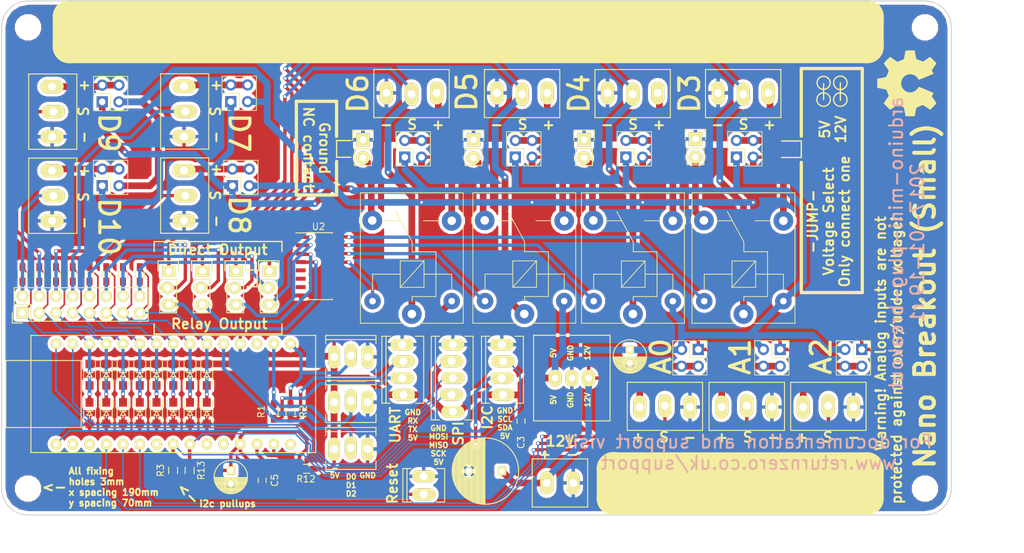
<source format=kicad_pcb>
(kicad_pcb (version 4) (host pcbnew 4.0.5+dfsg1-4)
  (layers (0 F.Cu signal) (31 B.Cu signal) (34 B.Paste user) (35 F.Paste user) (36 B.SilkS user) (37 F.SilkS user) (38 B.Mask user) (39 F.Mask user) (44 Edge.Cuts user))
  (net 0 "")
  (net 1 +12V)
  (net 2 GND)
  (net 3 +5V)
  (net 4 /digital_io/GSEL3)
  (net 5 /digital_io/D3-OUT)
  (net 6 /digital_io/PSEL3)
  (net 7 /digital_io/GSEL4)
  (net 8 /digital_io/D4-OUT)
  (net 9 /digital_io/PSEL4)
  (net 10 /digital_io/GSEL5)
  (net 11 /digital_io/D5-OUT)
  (net 12 /digital_io/PSEL5)
  (net 13 /digital_io/GSEL6)
  (net 14 /digital_io/D6-OUT)
  (net 15 /digital_io/PSEL6)
  (net 16 /digital_io/D7-OUT)
  (net 17 /digital_io/PSEL7)
  (net 18 /digital_io/D8-OUT)
  (net 19 /digital_io/PSEL8)
  (net 20 /digital_io/D9-OUT)
  (net 21 /digital_io/PSEL9)
  (net 22 /digital_io/D10-OUT)
  (net 23 /digital_io/PSEL10)
  (net 24 /digital_io/D3-RLY)
  (net 25 /digital_io/D5-RLY)
  (net 26 /digital_io/D4-RLY)
  (net 27 /digital_io/D6-RLY)
  (net 28 /analog_io/A0)
  (net 29 /analog_io/PSELA0)
  (net 30 /analog_io/A1)
  (net 31 /analog_io/PSELA1)
  (net 32 /analog_io/A2)
  (net 33 /analog_io/PSELA2)
  (net 34 /misc_io/RST)
  (net 35 /digital_io/RLY3)
  (net 36 /digital_io/RLY4)
  (net 37 /digital_io/RLY5)
  (net 38 /digital_io/RLY6)
  (net 39 /nano/D12/MISO)
  (net 40 /nano/D11/MOSI)
  (net 41 /nano/D13/SCK)
  (net 42 /misc_io/TX)
  (net 43 /misc_io/RX)
  (net 44 /mode_selection/D3)
  (net 45 /mode_selection/D5)
  (net 46 /mode_selection/D7)
  (net 47 /mode_selection/D9)
  (net 48 /mode_selection/D4)
  (net 49 /mode_selection/D6)
  (net 50 /mode_selection/D8)
  (net 51 /mode_selection/D10)
  (net 52 /misc_io/D0)
  (net 53 /misc_io/D1)
  (net 54 /misc_io/D2)
  (net 55 /mode_selection/D3-BYPASS)
  (net 56 /mode_selection/D5-BYPASS)
  (net 57 /mode_selection/D4-BYPASS)
  (net 58 /mode_selection/D6-BYPASS)
  (net 59 +5VARD)
  (net 60 /nano/A4/SDA)
  (net 61 /nano/A5/SCL)
  (module arduino:nano (layer F.Cu) (at 80.774 113.395 90)
    (fp_text reference U1 hide)
    (fp_text value arduino_nano)
    (pad 1 thru_hole oval (at -7.62 -17.78 90) (size 1.6 1.6) (drill 0.8) (layers *.Cu *.Mask F.SilkS) (net 41 /nano/D13/SCK))
    (pad 2 thru_hole oval (at -7.62 -15.24 90) (size 1.6 1.6) (drill 0.8) (layers *.Cu *.Mask F.SilkS))
    (pad 3 thru_hole oval (at -7.62 -12.7 90) (size 1.6 1.6) (drill 0.8) (layers *.Cu *.Mask F.SilkS))
    (pad 4 thru_hole oval (at -7.62 -10.16 90) (size 1.6 1.6) (drill 0.8) (layers *.Cu *.Mask F.SilkS) (net 28 /analog_io/A0))
    (pad 5 thru_hole oval (at -7.62 -7.62 90) (size 1.6 1.6) (drill 0.8) (layers *.Cu *.Mask F.SilkS) (net 30 /analog_io/A1))
    (pad 6 thru_hole oval (at -7.62 -5.08 90) (size 1.6 1.6) (drill 0.8) (layers *.Cu *.Mask F.SilkS) (net 32 /analog_io/A2))
    (pad 7 thru_hole oval (at -7.62 -2.54 90) (size 1.6 1.6) (drill 0.8) (layers *.Cu *.Mask F.SilkS))
    (pad 8 thru_hole oval (at -7.62 0 90) (size 1.6 1.6) (drill 0.8) (layers *.Cu *.Mask F.SilkS) (net 60 /nano/A4/SDA))
    (pad 9 thru_hole oval (at -7.62 2.54 90) (size 1.6 1.6) (drill 0.8) (layers *.Cu *.Mask F.SilkS) (net 61 /nano/A5/SCL))
    (pad 10 thru_hole oval (at -7.62 5.08 90) (size 1.6 1.6) (drill 0.8) (layers *.Cu *.Mask F.SilkS))
    (pad 11 thru_hole oval (at -7.62 7.62 90) (size 1.6 1.6) (drill 0.8) (layers *.Cu *.Mask F.SilkS))
    (pad 12 thru_hole oval (at -7.62 10.16 90) (size 1.6 1.6) (drill 0.8) (layers *.Cu *.Mask F.SilkS) (net 59 +5VARD))
    (pad 13 thru_hole oval (at -7.62 12.7 90) (size 1.6 1.6) (drill 0.8) (layers *.Cu *.Mask F.SilkS) (net 34 /misc_io/RST))
    (pad 14 thru_hole oval (at -7.62 15.24 90) (size 1.6 1.6) (drill 0.8) (layers *.Cu *.Mask F.SilkS) (net 2 GND))
    (pad 15 thru_hole oval (at -7.62 17.78 90) (size 1.6 1.6) (drill 0.8) (layers *.Cu *.Mask F.SilkS))
    (pad 16 thru_hole oval (at 7.62 17.78 90) (size 1.6 1.6) (drill 0.8) (layers *.Cu *.Mask F.SilkS) (net 52 /misc_io/D0))
    (pad 17 thru_hole oval (at 7.62 15.24 90) (size 1.6 1.6) (drill 0.8) (layers *.Cu *.Mask F.SilkS) (net 53 /misc_io/D1))
    (pad 18 thru_hole oval (at 7.62 12.7 90) (size 1.6 1.6) (drill 0.8) (layers *.Cu *.Mask F.SilkS))
    (pad 19 thru_hole oval (at 7.62 10.16 90) (size 1.6 1.6) (drill 0.8) (layers *.Cu *.Mask F.SilkS) (net 2 GND))
    (pad 20 thru_hole oval (at 7.62 7.62 90) (size 1.6 1.6) (drill 0.8) (layers *.Cu *.Mask F.SilkS) (net 54 /misc_io/D2))
    (pad 21 thru_hole oval (at 7.62 5.08 90) (size 1.6 1.6) (drill 0.8) (layers *.Cu *.Mask F.SilkS) (net 44 /mode_selection/D3))
    (pad 22 thru_hole oval (at 7.62 2.54 90) (size 1.6 1.6) (drill 0.8) (layers *.Cu *.Mask F.SilkS) (net 48 /mode_selection/D4))
    (pad 23 thru_hole oval (at 7.62 0 90) (size 1.6 1.6) (drill 0.8) (layers *.Cu *.Mask F.SilkS) (net 45 /mode_selection/D5))
    (pad 24 thru_hole oval (at 7.62 -2.54 90) (size 1.6 1.6) (drill 0.8) (layers *.Cu *.Mask F.SilkS) (net 49 /mode_selection/D6))
    (pad 25 thru_hole oval (at 7.62 -5.08 90) (size 1.6 1.6) (drill 0.8) (layers *.Cu *.Mask F.SilkS) (net 46 /mode_selection/D7))
    (pad 26 thru_hole oval (at 7.62 -7.62 90) (size 1.6 1.6) (drill 0.8) (layers *.Cu *.Mask F.SilkS) (net 50 /mode_selection/D8))
    (pad 27 thru_hole oval (at 7.62 -10.16 90) (size 1.6 1.6) (drill 0.8) (layers *.Cu *.Mask F.SilkS) (net 47 /mode_selection/D9))
    (pad 28 thru_hole oval (at 7.62 -12.7 90) (size 1.6 1.6) (drill 0.8) (layers *.Cu *.Mask F.SilkS) (net 51 /mode_selection/D10))
    (pad 29 thru_hole oval (at 7.62 -15.24 90) (size 1.6 1.6) (drill 0.8) (layers *.Cu *.Mask F.SilkS) (net 40 /nano/D11/MOSI))
    (pad 30 thru_hole oval (at 7.62 -17.78 90) (size 1.6 1.6) (drill 0.8) (layers *.Cu *.Mask F.SilkS) (net 39 /nano/D12/MISO))
  )
  (module Capacitors_ThroughHole:C_Radial_D10_L13_P5 (layer F.Cu) (at 130.6 125.1 180)
    (fp_text reference C1 hide)
    (fp_text value 100u)
    (pad 1 thru_hole rect (at 0 0 180) (size 1.3 1.3) (drill 0.8) (layers *.Cu *.Mask F.SilkS) (net 1 +12V))
    (pad 2 thru_hole circle (at 5 0 180) (size 1.3 1.3) (drill 0.8) (layers *.Cu *.Mask F.SilkS) (net 2 GND))
  )
  (module Capacitors_ThroughHole:C_Radial_D5_L11_P2 (layer F.Cu) (at 150 106.7 270)
    (fp_text reference C2 hide)
    (fp_text value 10u)
    (pad 1 thru_hole rect (at 0 0 270) (size 1.3 1.3) (drill 0.8) (layers *.Cu *.Mask F.SilkS) (net 3 +5V))
    (pad 2 thru_hole circle (at 2 0 270) (size 1.3 1.3) (drill 0.8) (layers *.Cu *.Mask F.SilkS) (net 2 GND))
  )
  (module Capacitors_ThroughHole:C_Radial_D5_L11_P2 (layer F.Cu) (at 89.5 125 270)
    (fp_text reference C4 hide)
    (fp_text value 10u)
    (pad 1 thru_hole rect (at 0 0 270) (size 1.3 1.3) (drill 0.8) (layers *.Cu *.Mask F.SilkS) (net 59 +5VARD))
    (pad 2 thru_hole circle (at 2 0 270) (size 1.3 1.3) (drill 0.8) (layers *.Cu *.Mask F.SilkS) (net 2 GND))
  )
  (module Pin_Headers:Pin_Header_Straight_2x08 (layer F.Cu) (at 57.914 101.076 90)
    (fp_text reference P1 hide)
    (fp_text value CONN_02X08)
    (pad 1 thru_hole rect (at 0 0 90) (size 1.7272 1.7272) (drill 1.016) (layers *.Cu *.Mask F.SilkS) (net 51 /mode_selection/D10))
    (pad 2 thru_hole oval (at 2.54 0 90) (size 1.7272 1.7272) (drill 1.016) (layers *.Cu *.Mask F.SilkS) (net 22 /digital_io/D10-OUT))
    (pad 3 thru_hole oval (at 0 2.54 90) (size 1.7272 1.7272) (drill 1.016) (layers *.Cu *.Mask F.SilkS) (net 47 /mode_selection/D9))
    (pad 4 thru_hole oval (at 2.54 2.54 90) (size 1.7272 1.7272) (drill 1.016) (layers *.Cu *.Mask F.SilkS) (net 20 /digital_io/D9-OUT))
    (pad 5 thru_hole oval (at 0 5.08 90) (size 1.7272 1.7272) (drill 1.016) (layers *.Cu *.Mask F.SilkS) (net 50 /mode_selection/D8))
    (pad 6 thru_hole oval (at 2.54 5.08 90) (size 1.7272 1.7272) (drill 1.016) (layers *.Cu *.Mask F.SilkS) (net 18 /digital_io/D8-OUT))
    (pad 7 thru_hole oval (at 0 7.62 90) (size 1.7272 1.7272) (drill 1.016) (layers *.Cu *.Mask F.SilkS) (net 46 /mode_selection/D7))
    (pad 8 thru_hole oval (at 2.54 7.62 90) (size 1.7272 1.7272) (drill 1.016) (layers *.Cu *.Mask F.SilkS) (net 16 /digital_io/D7-OUT))
    (pad 9 thru_hole oval (at 0 10.16 90) (size 1.7272 1.7272) (drill 1.016) (layers *.Cu *.Mask F.SilkS) (net 49 /mode_selection/D6))
    (pad 10 thru_hole oval (at 2.54 10.16 90) (size 1.7272 1.7272) (drill 1.016) (layers *.Cu *.Mask F.SilkS) (net 58 /mode_selection/D6-BYPASS))
    (pad 11 thru_hole oval (at 0 12.7 90) (size 1.7272 1.7272) (drill 1.016) (layers *.Cu *.Mask F.SilkS) (net 45 /mode_selection/D5))
    (pad 12 thru_hole oval (at 2.54 12.7 90) (size 1.7272 1.7272) (drill 1.016) (layers *.Cu *.Mask F.SilkS) (net 56 /mode_selection/D5-BYPASS))
    (pad 13 thru_hole oval (at 0 15.24 90) (size 1.7272 1.7272) (drill 1.016) (layers *.Cu *.Mask F.SilkS) (net 48 /mode_selection/D4))
    (pad 14 thru_hole oval (at 2.54 15.24 90) (size 1.7272 1.7272) (drill 1.016) (layers *.Cu *.Mask F.SilkS) (net 57 /mode_selection/D4-BYPASS))
    (pad 15 thru_hole oval (at 0 17.78 90) (size 1.7272 1.7272) (drill 1.016) (layers *.Cu *.Mask F.SilkS) (net 44 /mode_selection/D3))
    (pad 16 thru_hole oval (at 2.54 17.78 90) (size 1.7272 1.7272) (drill 1.016) (layers *.Cu *.Mask F.SilkS) (net 55 /mode_selection/D3-BYPASS))
  )
  (module footprints:DCDC-Conv_Recom_R-78HBxx-0.5 (layer F.Cu) (at 143.75 110.982 180)
    (fp_text reference REG1 hide)
    (fp_text value RECOM)
    (pad 2 thru_hole oval (at 2.54 0 180) (size 2.032 2.54) (drill 1) (layers *.Cu *.Mask F.SilkS) (net 2 GND))
    (pad 3 thru_hole oval (at 5.08 0 180) (size 2.032 2.54) (drill 1) (layers *.Cu *.Mask F.SilkS) (net 3 +5V))
    (pad 1 thru_hole oval (at 0 0 180) (size 2.032 2.54) (drill 1) (layers *.Cu *.Mask F.SilkS) (net 1 +12V))
  )
  (module Mounting_Holes:MountingHole_3mm (layer F.Cu) (at 194.75 57.75)
    (fp_text reference BRD2 hide)
    (fp_text value MOUNTING-HOLE-2)
    (pad "" np_thru_hole circle (at 0 0) (size 3 3) (drill 3) (layers *.Cu *.Mask F.SilkS))
  )
  (module Mounting_Holes:MountingHole_3mm (layer F.Cu) (at 194.75 127.75)
    (fp_text reference BRD3 hide)
    (fp_text value MOUNTING-HOLE-3)
    (pad "" np_thru_hole circle (at 0 0) (size 3 3) (drill 3) (layers *.Cu *.Mask F.SilkS))
  )
  (module Mounting_Holes:MountingHole_3mm (layer F.Cu) (at 58.75 127.75)
    (fp_text reference BRD4 hide)
    (fp_text value MOUNTING-HOLE-4)
    (pad "" np_thru_hole circle (at 0 0) (size 3 3) (drill 3) (layers *.Cu *.Mask F.SilkS))
  )
  (module OSHW-logo:OSHW-logo_silkscreen-front_10mm (layer F.Cu) (at 192 66.25 90)
    (fp_text reference BRD5 hide)
    (fp_text value OSHW-LOGO hide)
  )
  (module Mounting_Holes:MountingHole_3mm (layer F.Cu) (at 58.75 57.75)
    (fp_text reference BRD1 hide)
    (fp_text value MOUNTING-HOLE-1)
    (pad "" np_thru_hole circle (at 0 0) (size 3 3) (drill 3) (layers *.Cu *.Mask F.SilkS))
  )
  (module terminal-blocks-3.81mm:Standard_3Way_OffsetHoles (layer F.Cu) (at 155.31977 115.273154)
    (fp_text reference CONA0 hide)
    (fp_text value PLUGGABLE hide)
    (pad 3 thru_hole oval (at 3.81 0.1) (size 2 3.5) (drill 1.19888) (layers *.Cu *.Mask F.SilkS) (net 2 GND))
    (pad 2 thru_hole oval (at 0 -0.1) (size 2 3.5) (drill 1.19888) (layers *.Cu *.Mask F.SilkS) (net 28 /analog_io/A0))
    (pad 1 thru_hole oval (at -3.81 0.1) (size 2 3.5) (drill 1.19888) (layers *.Cu *.Mask F.SilkS) (net 29 /analog_io/PSELA0))
  )
  (module terminal-blocks-3.81mm:Standard_3Way_OffsetHoles (layer F.Cu) (at 167.73577 115.273154)
    (fp_text reference CONA1 hide)
    (fp_text value PLUGGABLE hide)
    (pad 3 thru_hole oval (at 3.81 0.1) (size 2 3.5) (drill 1.19888) (layers *.Cu *.Mask F.SilkS) (net 2 GND))
    (pad 2 thru_hole oval (at 0 -0.1) (size 2 3.5) (drill 1.19888) (layers *.Cu *.Mask F.SilkS) (net 30 /analog_io/A1))
    (pad 1 thru_hole oval (at -3.81 0.1) (size 2 3.5) (drill 1.19888) (layers *.Cu *.Mask F.SilkS) (net 31 /analog_io/PSELA1))
  )
  (module terminal-blocks-3.81mm:Standard_3Way_OffsetHoles (layer F.Cu) (at 180.10577 115.273154)
    (fp_text reference CONA2 hide)
    (fp_text value PLUGGABLE hide)
    (pad 3 thru_hole oval (at 3.81 0.1) (size 2 3.5) (drill 1.19888) (layers *.Cu *.Mask F.SilkS) (net 2 GND))
    (pad 2 thru_hole oval (at 0 -0.1) (size 2 3.5) (drill 1.19888) (layers *.Cu *.Mask F.SilkS) (net 32 /analog_io/A2))
    (pad 1 thru_hole oval (at -3.81 0.1) (size 2 3.5) (drill 1.19888) (layers *.Cu *.Mask F.SilkS) (net 33 /analog_io/PSELA2))
  )
  (module terminal-blocks-3.81mm:Standard_3Way_OffsetHoles (layer F.Cu) (at 167.19 67.802 180)
    (fp_text reference COND3 hide)
    (fp_text value PLUGGABLE (at 0 6.35 180) (layer F.SilkS) (effects (font (thickness 0.3048))))
    (pad 3 thru_hole oval (at 3.81 0.1 180) (size 2 3.5) (drill 1.19888) (layers *.Cu *.Mask F.SilkS) (net 2 GND))
    (pad 2 thru_hole oval (at 0 -0.1 180) (size 2 3.5) (drill 1.19888) (layers *.Cu *.Mask F.SilkS) (net 5 /digital_io/D3-OUT))
    (pad 1 thru_hole oval (at -3.81 0.1 180) (size 2 3.5) (drill 1.19888) (layers *.Cu *.Mask F.SilkS) (net 6 /digital_io/PSEL3))
  )
  (module terminal-blocks-3.81mm:Standard_3Way_OffsetHoles (layer F.Cu) (at 150.426 67.802 180)
    (fp_text reference COND4 hide)
    (fp_text value PLUGGABLE (at 0 6.35 180) (layer F.SilkS) (effects (font (thickness 0.3048))))
    (pad 3 thru_hole oval (at 3.81 0.1 180) (size 2 3.5) (drill 1.19888) (layers *.Cu *.Mask F.SilkS) (net 2 GND))
    (pad 2 thru_hole oval (at 0 -0.1 180) (size 2 3.5) (drill 1.19888) (layers *.Cu *.Mask F.SilkS) (net 8 /digital_io/D4-OUT))
    (pad 1 thru_hole oval (at -3.81 0.1 180) (size 2 3.5) (drill 1.19888) (layers *.Cu *.Mask F.SilkS) (net 9 /digital_io/PSEL4))
  )
  (module terminal-blocks-3.81mm:Standard_3Way_OffsetHoles (layer F.Cu) (at 133.662 67.802 180)
    (fp_text reference COND5 hide)
    (fp_text value PLUGGABLE (at 0 6.35 180) (layer F.SilkS) (effects (font (thickness 0.3048))))
    (pad 3 thru_hole oval (at 3.81 0.1 180) (size 2 3.5) (drill 1.19888) (layers *.Cu *.Mask F.SilkS) (net 2 GND))
    (pad 2 thru_hole oval (at 0 -0.1 180) (size 2 3.5) (drill 1.19888) (layers *.Cu *.Mask F.SilkS) (net 11 /digital_io/D5-OUT))
    (pad 1 thru_hole oval (at -3.81 0.1 180) (size 2 3.5) (drill 1.19888) (layers *.Cu *.Mask F.SilkS) (net 12 /digital_io/PSEL5))
  )
  (module terminal-blocks-3.81mm:Standard_3Way_OffsetHoles (layer F.Cu) (at 116.898 67.802 180)
    (fp_text reference COND6 hide)
    (fp_text value PLUGGABLE (at 0 6.35 180) (layer F.SilkS) (effects (font (thickness 0.3048))))
    (pad 3 thru_hole oval (at 3.81 0.1 180) (size 2 3.5) (drill 1.19888) (layers *.Cu *.Mask F.SilkS) (net 2 GND))
    (pad 2 thru_hole oval (at 0 -0.1 180) (size 2 3.5) (drill 1.19888) (layers *.Cu *.Mask F.SilkS) (net 14 /digital_io/D6-OUT))
    (pad 1 thru_hole oval (at -3.81 0.1 180) (size 2 3.5) (drill 1.19888) (layers *.Cu *.Mask F.SilkS) (net 15 /digital_io/PSEL6))
  )
  (module terminal-blocks-3.81mm:Standard_3Way_OffsetHoles (layer F.Cu) (at 82.502 70.516 270)
    (fp_text reference COND7 hide)
    (fp_text value PLUGGABLE hide)
    (pad 3 thru_hole oval (at 3.81 0.1 270) (size 2 3.5) (drill 1.19888) (layers *.Cu *.Mask F.SilkS) (net 2 GND))
    (pad 2 thru_hole oval (at 0 -0.1 270) (size 2 3.5) (drill 1.19888) (layers *.Cu *.Mask F.SilkS) (net 16 /digital_io/D7-OUT))
    (pad 1 thru_hole oval (at -3.81 0.1 270) (size 2 3.5) (drill 1.19888) (layers *.Cu *.Mask F.SilkS) (net 17 /digital_io/PSEL7))
  )
  (module terminal-blocks-3.81mm:Standard_3Way_OffsetHoles (layer F.Cu) (at 82.502 83.28 270)
    (fp_text reference COND8 hide)
    (fp_text value PLUGGABLE hide)
    (pad 3 thru_hole oval (at 3.81 0.1 270) (size 2 3.5) (drill 1.19888) (layers *.Cu *.Mask F.SilkS) (net 2 GND))
    (pad 2 thru_hole oval (at 0 -0.1 270) (size 2 3.5) (drill 1.19888) (layers *.Cu *.Mask F.SilkS) (net 18 /digital_io/D8-OUT))
    (pad 1 thru_hole oval (at -3.81 0.1 270) (size 2 3.5) (drill 1.19888) (layers *.Cu *.Mask F.SilkS) (net 19 /digital_io/PSEL8))
  )
  (module terminal-blocks-3.81mm:Standard_3Way_OffsetHoles (layer F.Cu) (at 62.502 70.544 270)
    (fp_text reference COND9 hide)
    (fp_text value PLUGGABLE hide)
    (pad 3 thru_hole oval (at 3.81 0.1 270) (size 2 3.5) (drill 1.19888) (layers *.Cu *.Mask F.SilkS) (net 2 GND))
    (pad 2 thru_hole oval (at 0 -0.1 270) (size 2 3.5) (drill 1.19888) (layers *.Cu *.Mask F.SilkS) (net 20 /digital_io/D9-OUT))
    (pad 1 thru_hole oval (at -3.81 0.1 270) (size 2 3.5) (drill 1.19888) (layers *.Cu *.Mask F.SilkS) (net 21 /digital_io/PSEL9))
  )
  (module terminal-blocks-3.81mm:Standard_3Way_OffsetHoles (layer F.Cu) (at 62.502 83.308 270)
    (fp_text reference COND10 hide)
    (fp_text value PLUGGABLE hide)
    (pad 3 thru_hole oval (at 3.81 0.1 270) (size 2 3.5) (drill 1.19888) (layers *.Cu *.Mask F.SilkS) (net 2 GND))
    (pad 2 thru_hole oval (at 0 -0.1 270) (size 2 3.5) (drill 1.19888) (layers *.Cu *.Mask F.SilkS) (net 22 /digital_io/D10-OUT))
    (pad 1 thru_hole oval (at -3.81 0.1 270) (size 2 3.5) (drill 1.19888) (layers *.Cu *.Mask F.SilkS) (net 23 /digital_io/PSEL10))
  )
  (module pin-headers-pcb-lock:Pin_Header_Straight_1x02 (layer F.Cu) (at 159.951 74.787)
    (fp_text reference JP1 hide)
    (fp_text value GSEL3)
    (pad 1 thru_hole rect (at 0 -0.1) (size 2.032 2.032) (drill 1.016) (layers *.Cu *.Mask F.SilkS) (net 2 GND))
    (pad 2 thru_hole oval (at 0 2.64) (size 2.032 2.032) (drill 1.016) (layers *.Cu *.Mask F.SilkS) (net 4 /digital_io/GSEL3))
  )
  (module pin-headers-pcb-lock:Pin_Header_Straight_1x02 (layer F.Cu) (at 143.06 74.914)
    (fp_text reference JP2 hide)
    (fp_text value GSEL4)
    (pad 1 thru_hole rect (at 0 -0.1) (size 2.032 2.032) (drill 1.016) (layers *.Cu *.Mask F.SilkS) (net 2 GND))
    (pad 2 thru_hole oval (at 0 2.64) (size 2.032 2.032) (drill 1.016) (layers *.Cu *.Mask F.SilkS) (net 7 /digital_io/GSEL4))
  )
  (module pin-headers-pcb-lock:Pin_Header_Straight_1x02 (layer F.Cu) (at 126.296 74.914)
    (fp_text reference JP3 hide)
    (fp_text value GSEL5)
    (pad 1 thru_hole rect (at 0 -0.1) (size 2.032 2.032) (drill 1.016) (layers *.Cu *.Mask F.SilkS) (net 2 GND))
    (pad 2 thru_hole oval (at 0 2.64) (size 2.032 2.032) (drill 1.016) (layers *.Cu *.Mask F.SilkS) (net 10 /digital_io/GSEL5))
  )
  (module pin-headers-pcb-lock:Pin_Header_Straight_1x02 (layer F.Cu) (at 109.532 74.914)
    (fp_text reference JP4 hide)
    (fp_text value GSEL6)
    (pad 1 thru_hole rect (at 0 -0.1) (size 2.032 2.032) (drill 1.016) (layers *.Cu *.Mask F.SilkS) (net 2 GND))
    (pad 2 thru_hole oval (at 0 2.64) (size 2.032 2.032) (drill 1.016) (layers *.Cu *.Mask F.SilkS) (net 13 /digital_io/GSEL6))
  )
  (module pin-headers-pcb-lock:Pin_Header_Straight_1x03 (layer F.Cu) (at 95.25 94.726)
    (fp_text reference JP9 hide)
    (fp_text value RLY_SEL3)
    (pad 1 thru_hole rect (at 0.1 0) (size 2.032 1.7272) (drill 1.016) (layers *.Cu *.Mask F.SilkS) (net 5 /digital_io/D3-OUT))
    (pad 2 thru_hole oval (at -0.1 2.54) (size 2.032 1.7272) (drill 1.016) (layers *.Cu *.Mask F.SilkS) (net 55 /mode_selection/D3-BYPASS))
    (pad 3 thru_hole oval (at 0.1 5.08) (size 2.032 1.7272) (drill 1.016) (layers *.Cu *.Mask F.SilkS) (net 24 /digital_io/D3-RLY))
  )
  (module pin-headers-pcb-lock:Pin_Header_Straight_1x03 (layer F.Cu) (at 90.17 94.726)
    (fp_text reference JP10 hide)
    (fp_text value RLY_SEL3)
    (pad 1 thru_hole rect (at 0.1 0) (size 2.032 1.7272) (drill 1.016) (layers *.Cu *.Mask F.SilkS) (net 8 /digital_io/D4-OUT))
    (pad 2 thru_hole oval (at -0.1 2.54) (size 2.032 1.7272) (drill 1.016) (layers *.Cu *.Mask F.SilkS) (net 57 /mode_selection/D4-BYPASS))
    (pad 3 thru_hole oval (at 0.1 5.08) (size 2.032 1.7272) (drill 1.016) (layers *.Cu *.Mask F.SilkS) (net 26 /digital_io/D4-RLY))
  )
  (module pin-headers-pcb-lock:Pin_Header_Straight_1x03 (layer F.Cu) (at 85.09 94.726)
    (fp_text reference JP11 hide)
    (fp_text value RLY_SEL3)
    (pad 1 thru_hole rect (at 0.1 0) (size 2.032 1.7272) (drill 1.016) (layers *.Cu *.Mask F.SilkS) (net 11 /digital_io/D5-OUT))
    (pad 2 thru_hole oval (at -0.1 2.54) (size 2.032 1.7272) (drill 1.016) (layers *.Cu *.Mask F.SilkS) (net 56 /mode_selection/D5-BYPASS))
    (pad 3 thru_hole oval (at 0.1 5.08) (size 2.032 1.7272) (drill 1.016) (layers *.Cu *.Mask F.SilkS) (net 25 /digital_io/D5-RLY))
  )
  (module pin-headers-pcb-lock:Pin_Header_Straight_1x03 (layer F.Cu) (at 80 94.726)
    (fp_text reference JP12 hide)
    (fp_text value RLY_SEL3)
    (pad 1 thru_hole rect (at 0.1 0) (size 2.032 1.7272) (drill 1.016) (layers *.Cu *.Mask F.SilkS) (net 14 /digital_io/D6-OUT))
    (pad 2 thru_hole oval (at -0.1 2.54) (size 2.032 1.7272) (drill 1.016) (layers *.Cu *.Mask F.SilkS) (net 58 /mode_selection/D6-BYPASS))
    (pad 3 thru_hole oval (at 0.1 5.08) (size 2.032 1.7272) (drill 1.016) (layers *.Cu *.Mask F.SilkS) (net 27 /digital_io/D6-RLY))
  )
  (module terminal-blocks-3.81mm:Standard_2Way_OffsetHoles (layer F.Cu) (at 139.405 126.9)
    (fp_text reference PCON1 hide)
    (fp_text value 12V (at 0 -6.334) (layer F.SilkS) (effects (font (thickness 0.3048))))
    (pad 2 thru_hole oval (at 2.005 0) (size 1.99898 3.50012) (drill 1.19888) (layers *.Cu *.Mask F.SilkS) (net 2 GND))
    (pad 1 thru_hole oval (at -2.005 0) (size 1.99898 3.50012) (drill 1.19888) (layers *.Cu *.Mask F.SilkS) (net 1 +12V))
  )
  (module molex-kk254-pcb-lock:Socket_MOLEX-KK-RM2-54mm_Lock_5pin_straight (layer F.Cu) (at 123.065 110.982 90)
    (fp_text reference COMM1 hide)
    (fp_text value MOLEX)
    (pad 1 thru_hole oval (at -5.08 0.1 90) (size 1.80086 3.50012) (drill 1.19888) (layers *.Cu *.Mask F.SilkS) (net 3 +5V))
    (pad 2 thru_hole oval (at -2.54 -0.1 90) (size 1.80086 3.50012) (drill 1.19888) (layers *.Cu *.Mask F.SilkS) (net 41 /nano/D13/SCK))
    (pad 3 thru_hole oval (at 0 0.1 90) (size 1.80086 3.50012) (drill 1.19888) (layers *.Cu *.Mask F.SilkS) (net 39 /nano/D12/MISO))
    (pad 4 thru_hole oval (at 2.54 -0.1 90) (size 1.80086 3.50012) (drill 1.19888) (layers *.Cu *.Mask F.SilkS) (net 40 /nano/D11/MOSI))
    (pad 5 thru_hole oval (at 5.08 0.1 90) (size 1.80086 3.50012) (drill 1.19888) (layers *.Cu *.Mask F.SilkS) (net 2 GND))
  )
  (module molex-kk254-pcb-lock:Socket_MOLEX-KK-RM2-54mm_Lock_4pin_straight (layer F.Cu) (at 130.685 109.712 90)
    (fp_text reference COMM2 hide)
    (fp_text value MOLEX)
    (pad 1 thru_hole oval (at -3.81 0.1 90) (size 1.80086 3.50012) (drill 1.19888) (layers *.Cu *.Mask F.SilkS) (net 3 +5V))
    (pad 2 thru_hole oval (at -1.27 -0.1 90) (size 1.80086 3.50012) (drill 1.19888) (layers *.Cu *.Mask F.SilkS) (net 60 /nano/A4/SDA))
    (pad 3 thru_hole oval (at 1.27 0.1 90) (size 1.80086 3.50012) (drill 1.19888) (layers *.Cu *.Mask F.SilkS) (net 61 /nano/A5/SCL))
    (pad 4 thru_hole oval (at 3.81 -0.1 90) (size 1.80086 3.50012) (drill 1.19888) (layers *.Cu *.Mask F.SilkS) (net 2 GND))
  )
  (module molex-kk254-pcb-lock:Socket_MOLEX-KK-RM2-54mm_Lock_4pin_straight (layer F.Cu) (at 115.572 109.712 90)
    (fp_text reference COMM3 hide)
    (fp_text value MOLEX)
    (pad 1 thru_hole oval (at -3.81 0.1 90) (size 1.80086 3.50012) (drill 1.19888) (layers *.Cu *.Mask F.SilkS) (net 3 +5V))
    (pad 2 thru_hole oval (at -1.27 -0.1 90) (size 1.80086 3.50012) (drill 1.19888) (layers *.Cu *.Mask F.SilkS) (net 42 /misc_io/TX))
    (pad 3 thru_hole oval (at 1.27 0.1 90) (size 1.80086 3.50012) (drill 1.19888) (layers *.Cu *.Mask F.SilkS) (net 43 /misc_io/RX))
    (pad 4 thru_hole oval (at 3.81 -0.1 90) (size 1.80086 3.50012) (drill 1.19888) (layers *.Cu *.Mask F.SilkS) (net 2 GND))
  )
  (module molex-kk254-pcb-lock:Socket_MOLEX-KK-RM2-54mm_Lock_3pin_straight (layer F.Cu) (at 107.698 107.68)
    (fp_text reference IO0 hide)
    (fp_text value MOLEX)
    (pad 1 thru_hole oval (at -2.54 0.1) (size 1.80086 3.50012) (drill 1.19888) (layers *.Cu *.Mask F.SilkS) (net 3 +5V))
    (pad 2 thru_hole oval (at 0 -0.1) (size 1.80086 3.50012) (drill 1.19888) (layers *.Cu *.Mask F.SilkS) (net 52 /misc_io/D0))
    (pad 3 thru_hole oval (at 2.54 0.1) (size 1.80086 3.50012) (drill 1.19888) (layers *.Cu *.Mask F.SilkS) (net 2 GND))
  )
  (module molex-kk254-pcb-lock:Socket_MOLEX-KK-RM2-54mm_Lock_3pin_straight (layer F.Cu) (at 107.698 114.538)
    (fp_text reference IO1 hide)
    (fp_text value MOLEX)
    (pad 1 thru_hole oval (at -2.54 0.1) (size 1.80086 3.50012) (drill 1.19888) (layers *.Cu *.Mask F.SilkS) (net 3 +5V))
    (pad 2 thru_hole oval (at 0 -0.1) (size 1.80086 3.50012) (drill 1.19888) (layers *.Cu *.Mask F.SilkS) (net 53 /misc_io/D1))
    (pad 3 thru_hole oval (at 2.54 0.1) (size 1.80086 3.50012) (drill 1.19888) (layers *.Cu *.Mask F.SilkS) (net 2 GND))
  )
  (module molex-kk254-pcb-lock:Socket_MOLEX-KK-RM2-54mm_Lock_3pin_straight (layer F.Cu) (at 107.698 121.65)
    (fp_text reference IO2 hide)
    (fp_text value MOLEX)
    (pad 1 thru_hole oval (at -2.54 0.1) (size 1.80086 3.50012) (drill 1.19888) (layers *.Cu *.Mask F.SilkS) (net 3 +5V))
    (pad 2 thru_hole oval (at 0 -0.1) (size 1.80086 3.50012) (drill 1.19888) (layers *.Cu *.Mask F.SilkS) (net 54 /misc_io/D2))
    (pad 3 thru_hole oval (at 2.54 0.1) (size 1.80086 3.50012) (drill 1.19888) (layers *.Cu *.Mask F.SilkS) (net 2 GND))
  )
  (module molex-kk254-pcb-lock:Socket_MOLEX-KK-RM2-54mm_Lock_2pin_straight (layer F.Cu) (at 118.75 127.25 90)
    (fp_text reference RST1 hide)
    (fp_text value MOLEX)
    (pad 1 thru_hole oval (at -1.37 0 90) (size 1.80086 3.50012) (drill 1.19888) (layers *.Cu *.Mask F.SilkS) (net 34 /misc_io/RST))
    (pad 2 thru_hole oval (at 1.37 0 90) (size 1.80086 3.50012) (drill 1.19888) (layers *.Cu *.Mask F.SilkS) (net 2 GND))
  )
  (module Capacitors_SMD:C_0603_HandSoldering (layer F.Cu) (at 133.5 117.5 270)
    (fp_text reference C3 (at 3.25 0 450) (layer F.SilkS))
    (fp_text value 100n)
    (pad 1 smd rect (at -0.95 0 270) (size 1.2 0.75) (layers F.Cu F.Paste F.Mask) (net 3 +5V))
    (pad 2 smd rect (at 0.95 0 270) (size 1.2 0.75) (layers F.Cu F.Paste F.Mask) (net 2 GND))
  )
  (module Capacitors_SMD:C_0603_HandSoldering (layer F.Cu) (at 94.25 126.5 270)
    (fp_text reference C5 (at 0 -1.9 270) (layer F.SilkS))
    (fp_text value 100n)
    (pad 1 smd rect (at -0.95 0 270) (size 1.2 0.75) (layers F.Cu F.Paste F.Mask) (net 59 +5VARD))
    (pad 2 smd rect (at 0.95 0 270) (size 1.2 0.75) (layers F.Cu F.Paste F.Mask) (net 2 GND))
  )
  (module footprints:SOD-123 (layer F.Cu) (at 85.854 110.466 270)
    (fp_text reference D1 hide)
    (fp_text value ANY)
    (pad 1 smd rect (at -1.635 0 270) (size 1.3 1.22) (layers F.Cu F.Paste F.Mask) (net 3 +5V))
    (pad 2 smd rect (at 1.635 0 270) (size 1.3 1.22) (layers F.Cu F.Paste F.Mask) (net 44 /mode_selection/D3))
  )
  (module footprints:SOD-123 (layer F.Cu) (at 85.854 116.308 270)
    (fp_text reference D2 hide)
    (fp_text value ANY)
    (pad 1 smd rect (at -1.635 0 270) (size 1.3 1.22) (layers F.Cu F.Paste F.Mask) (net 44 /mode_selection/D3))
    (pad 2 smd rect (at 1.635 0 270) (size 1.3 1.22) (layers F.Cu F.Paste F.Mask) (net 2 GND))
  )
  (module footprints:SOD-123 (layer F.Cu) (at 83.314 110.466 270)
    (fp_text reference D3 hide)
    (fp_text value ANY)
    (pad 1 smd rect (at -1.635 0 270) (size 1.3 1.22) (layers F.Cu F.Paste F.Mask) (net 3 +5V))
    (pad 2 smd rect (at 1.635 0 270) (size 1.3 1.22) (layers F.Cu F.Paste F.Mask) (net 48 /mode_selection/D4))
  )
  (module footprints:SOD-123 (layer F.Cu) (at 83.314 116.308 270)
    (fp_text reference D4 hide)
    (fp_text value ANY)
    (pad 1 smd rect (at -1.635 0 270) (size 1.3 1.22) (layers F.Cu F.Paste F.Mask) (net 48 /mode_selection/D4))
    (pad 2 smd rect (at 1.635 0 270) (size 1.3 1.22) (layers F.Cu F.Paste F.Mask) (net 2 GND))
  )
  (module footprints:SOD-123 (layer F.Cu) (at 80.774 110.466 270)
    (fp_text reference D5 hide)
    (fp_text value ANY)
    (pad 1 smd rect (at -1.635 0 270) (size 1.3 1.22) (layers F.Cu F.Paste F.Mask) (net 3 +5V))
    (pad 2 smd rect (at 1.635 0 270) (size 1.3 1.22) (layers F.Cu F.Paste F.Mask) (net 45 /mode_selection/D5))
  )
  (module footprints:SOD-123 (layer F.Cu) (at 80.774 116.308 270)
    (fp_text reference D6 hide)
    (fp_text value ANY)
    (pad 1 smd rect (at -1.635 0 270) (size 1.3 1.22) (layers F.Cu F.Paste F.Mask) (net 45 /mode_selection/D5))
    (pad 2 smd rect (at 1.635 0 270) (size 1.3 1.22) (layers F.Cu F.Paste F.Mask) (net 2 GND))
  )
  (module footprints:SOD-123 (layer F.Cu) (at 78.234 110.466 270)
    (fp_text reference D7 hide)
    (fp_text value ANY)
    (pad 1 smd rect (at -1.635 0 270) (size 1.3 1.22) (layers F.Cu F.Paste F.Mask) (net 3 +5V))
    (pad 2 smd rect (at 1.635 0 270) (size 1.3 1.22) (layers F.Cu F.Paste F.Mask) (net 49 /mode_selection/D6))
  )
  (module footprints:SOD-123 (layer F.Cu) (at 78.234 116.308 270)
    (fp_text reference D8 hide)
    (fp_text value ANY)
    (pad 1 smd rect (at -1.635 0 270) (size 1.3 1.22) (layers F.Cu F.Paste F.Mask) (net 49 /mode_selection/D6))
    (pad 2 smd rect (at 1.635 0 270) (size 1.3 1.22) (layers F.Cu F.Paste F.Mask) (net 2 GND))
  )
  (module footprints:SOD-123 (layer F.Cu) (at 75.694 110.466 270)
    (fp_text reference D9 hide)
    (fp_text value ANY)
    (pad 1 smd rect (at -1.635 0 270) (size 1.3 1.22) (layers F.Cu F.Paste F.Mask) (net 3 +5V))
    (pad 2 smd rect (at 1.635 0 270) (size 1.3 1.22) (layers F.Cu F.Paste F.Mask) (net 46 /mode_selection/D7))
  )
  (module footprints:SOD-123 (layer F.Cu) (at 75.694 116.308 270)
    (fp_text reference D10 hide)
    (fp_text value ANY)
    (pad 1 smd rect (at -1.635 0 270) (size 1.3 1.22) (layers F.Cu F.Paste F.Mask) (net 46 /mode_selection/D7))
    (pad 2 smd rect (at 1.635 0 270) (size 1.3 1.22) (layers F.Cu F.Paste F.Mask) (net 2 GND))
  )
  (module footprints:SOD-123 (layer F.Cu) (at 73.154 110.466 270)
    (fp_text reference D11 hide)
    (fp_text value ANY)
    (pad 1 smd rect (at -1.635 0 270) (size 1.3 1.22) (layers F.Cu F.Paste F.Mask) (net 3 +5V))
    (pad 2 smd rect (at 1.635 0 270) (size 1.3 1.22) (layers F.Cu F.Paste F.Mask) (net 50 /mode_selection/D8))
  )
  (module footprints:SOD-123 (layer F.Cu) (at 73.154 116.308 270)
    (fp_text reference D12 hide)
    (fp_text value ANY)
    (pad 1 smd rect (at -1.635 0 270) (size 1.3 1.22) (layers F.Cu F.Paste F.Mask) (net 50 /mode_selection/D8))
    (pad 2 smd rect (at 1.635 0 270) (size 1.3 1.22) (layers F.Cu F.Paste F.Mask) (net 2 GND))
  )
  (module footprints:SOD-123 (layer F.Cu) (at 70.614 110.466 270)
    (fp_text reference D13 hide)
    (fp_text value ANY)
    (pad 1 smd rect (at -1.635 0 270) (size 1.3 1.22) (layers F.Cu F.Paste F.Mask) (net 3 +5V))
    (pad 2 smd rect (at 1.635 0 270) (size 1.3 1.22) (layers F.Cu F.Paste F.Mask) (net 47 /mode_selection/D9))
  )
  (module footprints:SOD-123 (layer F.Cu) (at 70.614 116.308 270)
    (fp_text reference D14 hide)
    (fp_text value ANY)
    (pad 1 smd rect (at -1.635 0 270) (size 1.3 1.22) (layers F.Cu F.Paste F.Mask) (net 47 /mode_selection/D9))
    (pad 2 smd rect (at 1.635 0 270) (size 1.3 1.22) (layers F.Cu F.Paste F.Mask) (net 2 GND))
  )
  (module footprints:SOD-123 (layer F.Cu) (at 68.074 110.466 270)
    (fp_text reference D15 hide)
    (fp_text value ANY)
    (pad 1 smd rect (at -1.635 0 270) (size 1.3 1.22) (layers F.Cu F.Paste F.Mask) (net 3 +5V))
    (pad 2 smd rect (at 1.635 0 270) (size 1.3 1.22) (layers F.Cu F.Paste F.Mask) (net 51 /mode_selection/D10))
  )
  (module footprints:SOD-123 (layer F.Cu) (at 68.074 116.308 270)
    (fp_text reference D16 hide)
    (fp_text value ANY)
    (pad 1 smd rect (at -1.635 0 270) (size 1.3 1.22) (layers F.Cu F.Paste F.Mask) (net 51 /mode_selection/D10))
    (pad 2 smd rect (at 1.635 0 270) (size 1.3 1.22) (layers F.Cu F.Paste F.Mask) (net 2 GND))
  )
  (module Resistors_SMD:R_0603_HandSoldering (layer F.Cu) (at 96.014 116.062 90)
    (fp_text reference R1 (at 0 -1.9 90) (layer F.SilkS))
    (fp_text value 1K)
    (pad 1 smd rect (at -1.1 0 90) (size 1.2 0.9) (layers F.Cu F.Paste F.Mask) (net 42 /misc_io/TX))
    (pad 2 smd rect (at 1.1 0 90) (size 1.2 0.9) (layers F.Cu F.Paste F.Mask) (net 53 /misc_io/D1))
  )
  (module Resistors_SMD:R_0603_HandSoldering (layer F.Cu) (at 98.554 116.062 90)
    (fp_text reference R2 (at 0 1.946 90) (layer F.SilkS))
    (fp_text value 1K)
    (pad 1 smd rect (at -1.1 0 90) (size 1.2 0.9) (layers F.Cu F.Paste F.Mask) (net 43 /misc_io/RX))
    (pad 2 smd rect (at 1.1 0 90) (size 1.2 0.9) (layers F.Cu F.Paste F.Mask) (net 52 /misc_io/D0))
  )
  (module Resistors_SMD:R_0603_HandSoldering (layer F.Cu) (at 80.75 125 90)
    (fp_text reference R3 (at 0 -1.9 90) (layer F.SilkS))
    (fp_text value 4K7)
    (pad 1 smd rect (at -1.1 0 90) (size 1.2 0.9) (layers F.Cu F.Paste F.Mask) (net 59 +5VARD))
    (pad 2 smd rect (at 1.1 0 90) (size 1.2 0.9) (layers F.Cu F.Paste F.Mask) (net 60 /nano/A4/SDA))
  )
  (module Resistors_SMD:R_0603_HandSoldering (layer F.Cu) (at 75.694 95.234 90)
    (fp_text reference R4 hide)
    (fp_text value 10K)
    (pad 1 smd rect (at -1.1 0 90) (size 1.2 0.9) (layers F.Cu F.Paste F.Mask) (net 55 /mode_selection/D3-BYPASS))
    (pad 2 smd rect (at 1.1 0 90) (size 1.2 0.9) (layers F.Cu F.Paste F.Mask) (net 44 /mode_selection/D3))
  )
  (module Resistors_SMD:R_0603_HandSoldering (layer F.Cu) (at 70.614 95.24062 90)
    (fp_text reference R5 hide)
    (fp_text value 10K)
    (pad 1 smd rect (at -1.1 0 90) (size 1.2 0.9) (layers F.Cu F.Paste F.Mask) (net 56 /mode_selection/D5-BYPASS))
    (pad 2 smd rect (at 1.1 0 90) (size 1.2 0.9) (layers F.Cu F.Paste F.Mask) (net 45 /mode_selection/D5))
  )
  (module Resistors_SMD:R_0603_HandSoldering (layer F.Cu) (at 65.534 95.22862 90)
    (fp_text reference R6 hide)
    (fp_text value 10K)
    (pad 1 smd rect (at -1.1 0 90) (size 1.2 0.9) (layers F.Cu F.Paste F.Mask) (net 16 /digital_io/D7-OUT))
    (pad 2 smd rect (at 1.1 0 90) (size 1.2 0.9) (layers F.Cu F.Paste F.Mask) (net 46 /mode_selection/D7))
  )
  (module Resistors_SMD:R_0603_HandSoldering (layer F.Cu) (at 60.454 95.24062 90)
    (fp_text reference R7 hide)
    (fp_text value 10K)
    (pad 1 smd rect (at -1.1 0 90) (size 1.2 0.9) (layers F.Cu F.Paste F.Mask) (net 20 /digital_io/D9-OUT))
    (pad 2 smd rect (at 1.1 0 90) (size 1.2 0.9) (layers F.Cu F.Paste F.Mask) (net 47 /mode_selection/D9))
  )
  (module Resistors_SMD:R_0603_HandSoldering (layer F.Cu) (at 73.154 95.234 90)
    (fp_text reference R8 hide)
    (fp_text value 10K)
    (pad 1 smd rect (at -1.1 0 90) (size 1.2 0.9) (layers F.Cu F.Paste F.Mask) (net 57 /mode_selection/D4-BYPASS))
    (pad 2 smd rect (at 1.1 0 90) (size 1.2 0.9) (layers F.Cu F.Paste F.Mask) (net 48 /mode_selection/D4))
  )
  (module Resistors_SMD:R_0603_HandSoldering (layer F.Cu) (at 68.074 95.22862 90)
    (fp_text reference R9 hide)
    (fp_text value 10K)
    (pad 1 smd rect (at -1.1 0 90) (size 1.2 0.9) (layers F.Cu F.Paste F.Mask) (net 58 /mode_selection/D6-BYPASS))
    (pad 2 smd rect (at 1.1 0 90) (size 1.2 0.9) (layers F.Cu F.Paste F.Mask) (net 49 /mode_selection/D6))
  )
  (module Resistors_SMD:R_0603_HandSoldering (layer F.Cu) (at 62.994 95.234 90)
    (fp_text reference R10 hide)
    (fp_text value 10K)
    (pad 1 smd rect (at -1.1 0 90) (size 1.2 0.9) (layers F.Cu F.Paste F.Mask) (net 18 /digital_io/D8-OUT))
    (pad 2 smd rect (at 1.1 0 90) (size 1.2 0.9) (layers F.Cu F.Paste F.Mask) (net 50 /mode_selection/D8))
  )
  (module Resistors_SMD:R_0603_HandSoldering (layer F.Cu) (at 57.914 95.234 90)
    (fp_text reference R11 hide)
    (fp_text value 10K)
    (pad 1 smd rect (at -1.1 0 90) (size 1.2 0.9) (layers F.Cu F.Paste F.Mask) (net 22 /digital_io/D10-OUT))
    (pad 2 smd rect (at 1.1 0 90) (size 1.2 0.9) (layers F.Cu F.Paste F.Mask) (net 51 /mode_selection/D10))
  )
  (module Resistors_SMD:R_0603_HandSoldering (layer F.Cu) (at 101 124.75)
    (fp_text reference R12 (at -0.11 1.552) (layer F.SilkS))
    (fp_text value 1R)
    (pad 1 smd rect (at -1.1 0) (size 1.2 0.9) (layers F.Cu F.Paste F.Mask) (net 59 +5VARD))
    (pad 2 smd rect (at 1.1 0) (size 1.2 0.9) (layers F.Cu F.Paste F.Mask) (net 3 +5V))
  )
  (module Resistors_SMD:R_0603_HandSoldering (layer F.Cu) (at 83.25 125 90)
    (fp_text reference R13 (at 0 1.75 90) (layer F.SilkS))
    (fp_text value 4K7)
    (pad 1 smd rect (at -1.1 0 90) (size 1.2 0.9) (layers F.Cu F.Paste F.Mask) (net 59 +5VARD))
    (pad 2 smd rect (at 1.1 0 90) (size 1.2 0.9) (layers F.Cu F.Paste F.Mask) (net 61 /nano/A5/SCL))
  )
  (module Housings_SOIC:SOIC-16_3.9x9.9mm_Pitch1.27mm (layer F.Cu) (at 102.8 93.995)
    (fp_text reference U2 (at 0 -6) (layer F.SilkS))
    (fp_text value ULN2003)
    (pad 1 smd rect (at -2.7 -4.445) (size 1.5 0.6) (layers F.Cu F.Paste F.Mask) (net 24 /digital_io/D3-RLY))
    (pad 2 smd rect (at -2.7 -3.175) (size 1.5 0.6) (layers F.Cu F.Paste F.Mask) (net 26 /digital_io/D4-RLY))
    (pad 3 smd rect (at -2.7 -1.905) (size 1.5 0.6) (layers F.Cu F.Paste F.Mask) (net 25 /digital_io/D5-RLY))
    (pad 4 smd rect (at -2.7 -0.635) (size 1.5 0.6) (layers F.Cu F.Paste F.Mask) (net 27 /digital_io/D6-RLY))
    (pad 5 smd rect (at -2.7 0.635) (size 1.5 0.6) (layers F.Cu F.Paste F.Mask))
    (pad 6 smd rect (at -2.7 1.905) (size 1.5 0.6) (layers F.Cu F.Paste F.Mask))
    (pad 7 smd rect (at -2.7 3.175) (size 1.5 0.6) (layers F.Cu F.Paste F.Mask))
    (pad 8 smd rect (at -2.7 4.445) (size 1.5 0.6) (layers F.Cu F.Paste F.Mask) (net 2 GND))
    (pad 9 smd rect (at 2.7 4.445) (size 1.5 0.6) (layers F.Cu F.Paste F.Mask) (net 3 +5V))
    (pad 10 smd rect (at 2.7 3.175) (size 1.5 0.6) (layers F.Cu F.Paste F.Mask))
    (pad 11 smd rect (at 2.7 1.905) (size 1.5 0.6) (layers F.Cu F.Paste F.Mask))
    (pad 12 smd rect (at 2.7 0.635) (size 1.5 0.6) (layers F.Cu F.Paste F.Mask))
    (pad 13 smd rect (at 2.7 -0.635) (size 1.5 0.6) (layers F.Cu F.Paste F.Mask) (net 38 /digital_io/RLY6))
    (pad 14 smd rect (at 2.7 -1.905) (size 1.5 0.6) (layers F.Cu F.Paste F.Mask) (net 37 /digital_io/RLY5))
    (pad 15 smd rect (at 2.7 -3.175) (size 1.5 0.6) (layers F.Cu F.Paste F.Mask) (net 36 /digital_io/RLY4))
    (pad 16 smd rect (at 2.7 -4.445) (size 1.5 0.6) (layers F.Cu F.Paste F.Mask) (net 35 /digital_io/RLY3))
  )
  (module Pin_Headers:Pin_Header_Straight_2x02_Pitch2.54mm (layer F.Cu) (at 166.174 77.454 90)
    (fp_text reference PSEL3 hide)
    (fp_text value CONN_02X02)
    (pad 1 thru_hole rect (at 0 0 90) (size 1.7 1.7) (drill 1) (layers *.Cu *.Mask) (net 3 +5V))
    (pad 2 thru_hole oval (at 2.54 0 90) (size 1.7 1.7) (drill 1) (layers *.Cu *.Mask) (net 6 /digital_io/PSEL3))
    (pad 3 thru_hole oval (at 0 2.54 90) (size 1.7 1.7) (drill 1) (layers *.Cu *.Mask) (net 1 +12V))
    (pad 4 thru_hole oval (at 2.54 2.54 90) (size 1.7 1.7) (drill 1) (layers *.Cu *.Mask) (net 6 /digital_io/PSEL3))
  )
  (module Pin_Headers:Pin_Header_Straight_2x02_Pitch2.54mm (layer F.Cu) (at 149.41 77.454 90)
    (fp_text reference PSEL4 hide)
    (fp_text value CONN_02X02)
    (pad 1 thru_hole rect (at 0 0 90) (size 1.7 1.7) (drill 1) (layers *.Cu *.Mask) (net 3 +5V))
    (pad 2 thru_hole oval (at 2.54 0 90) (size 1.7 1.7) (drill 1) (layers *.Cu *.Mask) (net 9 /digital_io/PSEL4))
    (pad 3 thru_hole oval (at 0 2.54 90) (size 1.7 1.7) (drill 1) (layers *.Cu *.Mask) (net 1 +12V))
    (pad 4 thru_hole oval (at 2.54 2.54 90) (size 1.7 1.7) (drill 1) (layers *.Cu *.Mask) (net 9 /digital_io/PSEL4))
  )
  (module Pin_Headers:Pin_Header_Straight_2x02_Pitch2.54mm (layer F.Cu) (at 132.646 77.454 90)
    (fp_text reference PSEL5 hide)
    (fp_text value CONN_02X02)
    (pad 1 thru_hole rect (at 0 0 90) (size 1.7 1.7) (drill 1) (layers *.Cu *.Mask) (net 3 +5V))
    (pad 2 thru_hole oval (at 2.54 0 90) (size 1.7 1.7) (drill 1) (layers *.Cu *.Mask) (net 12 /digital_io/PSEL5))
    (pad 3 thru_hole oval (at 0 2.54 90) (size 1.7 1.7) (drill 1) (layers *.Cu *.Mask) (net 1 +12V))
    (pad 4 thru_hole oval (at 2.54 2.54 90) (size 1.7 1.7) (drill 1) (layers *.Cu *.Mask) (net 12 /digital_io/PSEL5))
  )
  (module Pin_Headers:Pin_Header_Straight_2x02_Pitch2.54mm (layer F.Cu) (at 115.882 77.454 90)
    (fp_text reference PSEL6 hide)
    (fp_text value CONN_02X02)
    (pad 1 thru_hole rect (at 0 0 90) (size 1.7 1.7) (drill 1) (layers *.Cu *.Mask) (net 3 +5V))
    (pad 2 thru_hole oval (at 2.54 0 90) (size 1.7 1.7) (drill 1) (layers *.Cu *.Mask) (net 15 /digital_io/PSEL6))
    (pad 3 thru_hole oval (at 0 2.54 90) (size 1.7 1.7) (drill 1) (layers *.Cu *.Mask) (net 1 +12V))
    (pad 4 thru_hole oval (at 2.54 2.54 90) (size 1.7 1.7) (drill 1) (layers *.Cu *.Mask) (net 15 /digital_io/PSEL6))
  )
  (module Pin_Headers:Pin_Header_Straight_2x02_Pitch2.54mm (layer F.Cu) (at 89.5 69.032 90)
    (fp_text reference PSEL7 hide)
    (fp_text value CONN_02X02)
    (pad 1 thru_hole rect (at 0 0 90) (size 1.7 1.7) (drill 1) (layers *.Cu *.Mask) (net 3 +5V))
    (pad 2 thru_hole oval (at 2.54 0 90) (size 1.7 1.7) (drill 1) (layers *.Cu *.Mask) (net 17 /digital_io/PSEL7))
    (pad 3 thru_hole oval (at 0 2.54 90) (size 1.7 1.7) (drill 1) (layers *.Cu *.Mask) (net 1 +12V))
    (pad 4 thru_hole oval (at 2.54 2.54 90) (size 1.7 1.7) (drill 1) (layers *.Cu *.Mask) (net 17 /digital_io/PSEL7))
  )
  (module Pin_Headers:Pin_Header_Straight_2x02_Pitch2.54mm (layer F.Cu) (at 89.75 81.796 90)
    (fp_text reference PSEL8 hide)
    (fp_text value CONN_02X02)
    (pad 1 thru_hole rect (at 0 0 90) (size 1.7 1.7) (drill 1) (layers *.Cu *.Mask) (net 3 +5V))
    (pad 2 thru_hole oval (at 2.54 0 90) (size 1.7 1.7) (drill 1) (layers *.Cu *.Mask) (net 19 /digital_io/PSEL8))
    (pad 3 thru_hole oval (at 0 2.54 90) (size 1.7 1.7) (drill 1) (layers *.Cu *.Mask) (net 1 +12V))
    (pad 4 thru_hole oval (at 2.54 2.54 90) (size 1.7 1.7) (drill 1) (layers *.Cu *.Mask) (net 19 /digital_io/PSEL8))
  )
  (module Pin_Headers:Pin_Header_Straight_2x02_Pitch2.54mm (layer F.Cu) (at 70 81.79 90)
    (fp_text reference PSEL10 hide)
    (fp_text value CONN_02X02)
    (pad 1 thru_hole rect (at 0 0 90) (size 1.7 1.7) (drill 1) (layers *.Cu *.Mask) (net 3 +5V))
    (pad 2 thru_hole oval (at 2.54 0 90) (size 1.7 1.7) (drill 1) (layers *.Cu *.Mask) (net 23 /digital_io/PSEL10))
    (pad 3 thru_hole oval (at 0 2.54 90) (size 1.7 1.7) (drill 1) (layers *.Cu *.Mask) (net 1 +12V))
    (pad 4 thru_hole oval (at 2.54 2.54 90) (size 1.7 1.7) (drill 1) (layers *.Cu *.Mask) (net 23 /digital_io/PSEL10))
  )
  (module Pin_Headers:Pin_Header_Straight_2x02_Pitch2.54mm (layer F.Cu) (at 160.38377 106.637154 270)
    (fp_text reference PSELA0 hide)
    (fp_text value CONN_02X02)
    (pad 1 thru_hole rect (at 0 0 270) (size 1.7 1.7) (drill 1) (layers *.Cu *.Mask) (net 1 +12V))
    (pad 2 thru_hole oval (at 2.54 0 270) (size 1.7 1.7) (drill 1) (layers *.Cu *.Mask) (net 29 /analog_io/PSELA0))
    (pad 3 thru_hole oval (at 0 2.54 270) (size 1.7 1.7) (drill 1) (layers *.Cu *.Mask) (net 3 +5V))
    (pad 4 thru_hole oval (at 2.54 2.54 270) (size 1.7 1.7) (drill 1) (layers *.Cu *.Mask) (net 29 /analog_io/PSELA0))
  )
  (module Pin_Headers:Pin_Header_Straight_2x02_Pitch2.54mm (layer F.Cu) (at 172.79977 106.637154 270)
    (fp_text reference PSELA1 hide)
    (fp_text value CONN_02X02)
    (pad 1 thru_hole rect (at 0 0 270) (size 1.7 1.7) (drill 1) (layers *.Cu *.Mask) (net 1 +12V))
    (pad 2 thru_hole oval (at 2.54 0 270) (size 1.7 1.7) (drill 1) (layers *.Cu *.Mask) (net 31 /analog_io/PSELA1))
    (pad 3 thru_hole oval (at 0 2.54 270) (size 1.7 1.7) (drill 1) (layers *.Cu *.Mask) (net 3 +5V))
    (pad 4 thru_hole oval (at 2.54 2.54 270) (size 1.7 1.7) (drill 1) (layers *.Cu *.Mask) (net 31 /analog_io/PSELA1))
  )
  (module Pin_Headers:Pin_Header_Straight_2x02_Pitch2.54mm (layer F.Cu) (at 185.16977 106.637154 270)
    (fp_text reference PSELA2 hide)
    (fp_text value CONN_02X02)
    (pad 1 thru_hole rect (at 0 0 270) (size 1.7 1.7) (drill 1) (layers *.Cu *.Mask) (net 1 +12V))
    (pad 2 thru_hole oval (at 2.54 0 270) (size 1.7 1.7) (drill 1) (layers *.Cu *.Mask) (net 33 /analog_io/PSELA2))
    (pad 3 thru_hole oval (at 0 2.54 270) (size 1.7 1.7) (drill 1) (layers *.Cu *.Mask) (net 3 +5V))
    (pad 4 thru_hole oval (at 2.54 2.54 270) (size 1.7 1.7) (drill 1) (layers *.Cu *.Mask) (net 33 /analog_io/PSELA2))
  )
  (module Pin_Headers:Pin_Header_Straight_2x02_Pitch2.54mm (layer F.Cu) (at 70 69.06 90)
    (fp_text reference PSEL9 hide)
    (fp_text value CONN_02X02)
    (pad 1 thru_hole rect (at 0 0 90) (size 1.7 1.7) (drill 1) (layers *.Cu *.Mask) (net 3 +5V))
    (pad 2 thru_hole oval (at 2.54 0 90) (size 1.7 1.7) (drill 1) (layers *.Cu *.Mask) (net 21 /digital_io/PSEL9))
    (pad 3 thru_hole oval (at 0 2.54 90) (size 1.7 1.7) (drill 1) (layers *.Cu *.Mask) (net 1 +12V))
    (pad 4 thru_hole oval (at 2.54 2.54 90) (size 1.7 1.7) (drill 1) (layers *.Cu *.Mask) (net 21 /digital_io/PSEL9))
  )
  (module Relays_THT:Relay_SPDT_SANYOU_SRD_Series_Form_C (layer F.Cu) (at 167.236 101.256 90)
    (fp_text reference RLY1 hide)
    (fp_text value relay-spdt)
    (pad 2 thru_hole circle (at 1.95 6.05 180) (size 2.5 2.5) (drill 1) (layers *.Cu *.Mask) (net 3 +5V))
    (pad 3 thru_hole circle (at 14.15 6.05 180) (size 3 3) (drill 1.3) (layers *.Cu *.Mask) (net 6 /digital_io/PSEL3))
    (pad 4 thru_hole circle (at 14.2 -6 180) (size 3 3) (drill 1.3) (layers *.Cu *.Mask) (net 4 /digital_io/GSEL3))
    (pad 5 thru_hole circle (at 1.95 -5.95 180) (size 2.5 2.5) (drill 1) (layers *.Cu *.Mask) (net 35 /digital_io/RLY3))
    (pad 1 thru_hole circle (at 0 0 180) (size 3 3) (drill 1.3) (layers *.Cu *.Mask) (net 5 /digital_io/D3-OUT))
  )
  (module Relays_THT:Relay_SPDT_SANYOU_SRD_Series_Form_C (layer F.Cu) (at 150.472 101.256 90)
    (fp_text reference RLY2 hide)
    (fp_text value relay-spdt)
    (pad 2 thru_hole circle (at 1.95 6.05 180) (size 2.5 2.5) (drill 1) (layers *.Cu *.Mask) (net 3 +5V))
    (pad 3 thru_hole circle (at 14.15 6.05 180) (size 3 3) (drill 1.3) (layers *.Cu *.Mask) (net 9 /digital_io/PSEL4))
    (pad 4 thru_hole circle (at 14.2 -6 180) (size 3 3) (drill 1.3) (layers *.Cu *.Mask) (net 7 /digital_io/GSEL4))
    (pad 5 thru_hole circle (at 1.95 -5.95 180) (size 2.5 2.5) (drill 1) (layers *.Cu *.Mask) (net 36 /digital_io/RLY4))
    (pad 1 thru_hole circle (at 0 0 180) (size 3 3) (drill 1.3) (layers *.Cu *.Mask) (net 8 /digital_io/D4-OUT))
  )
  (module Relays_THT:Relay_SPDT_SANYOU_SRD_Series_Form_C (layer F.Cu) (at 134 101.248 90)
    (fp_text reference RLY3 hide)
    (fp_text value relay-spdt)
    (pad 2 thru_hole circle (at 1.95 6.05 180) (size 2.5 2.5) (drill 1) (layers *.Cu *.Mask) (net 3 +5V))
    (pad 3 thru_hole circle (at 14.15 6.05 180) (size 3 3) (drill 1.3) (layers *.Cu *.Mask) (net 12 /digital_io/PSEL5))
    (pad 4 thru_hole circle (at 14.2 -6 180) (size 3 3) (drill 1.3) (layers *.Cu *.Mask) (net 10 /digital_io/GSEL5))
    (pad 5 thru_hole circle (at 1.95 -5.95 180) (size 2.5 2.5) (drill 1) (layers *.Cu *.Mask) (net 37 /digital_io/RLY5))
    (pad 1 thru_hole circle (at 0 0 180) (size 3 3) (drill 1.3) (layers *.Cu *.Mask) (net 11 /digital_io/D5-OUT))
  )
  (module Relays_THT:Relay_SPDT_SANYOU_SRD_Series_Form_C (layer F.Cu) (at 116.944 101.256 90)
    (fp_text reference RLY4 hide)
    (fp_text value relay-spdt)
    (pad 2 thru_hole circle (at 1.95 6.05 180) (size 2.5 2.5) (drill 1) (layers *.Cu *.Mask) (net 3 +5V))
    (pad 3 thru_hole circle (at 14.15 6.05 180) (size 3 3) (drill 1.3) (layers *.Cu *.Mask) (net 15 /digital_io/PSEL6))
    (pad 4 thru_hole circle (at 14.2 -6 180) (size 3 3) (drill 1.3) (layers *.Cu *.Mask) (net 13 /digital_io/GSEL6))
    (pad 5 thru_hole circle (at 1.95 -5.95 180) (size 2.5 2.5) (drill 1) (layers *.Cu *.Mask) (net 38 /digital_io/RLY6))
    (pad 1 thru_hole circle (at 0 0 180) (size 3 3) (drill 1.3) (layers *.Cu *.Mask) (net 14 /digital_io/D6-OUT))
  )
  (gr_text "arduino-mini-plug-breakout\n2017-01-19.r1" (at 192 90.5 90) (layer B.SilkS) (effects (font (size 2 2) (thickness 0.3)) (justify mirror)))
  (gr_text "Direct Output" (at 87.5 91.5) (layer F.SilkS) (effects (font (size 1.5 1.5) (thickness 0.3))))
  (gr_line (start 97.25 104.274) (end 97.25 102.75) (layer F.SilkS) (width 0.2))
  (gr_line (start 77.867 104.292) (end 77.867 102.768) (layer F.SilkS) (width 0.2))
  (gr_line (start 77.867 104.292) (end 97.25 104.274) (layer F.SilkS) (width 0.2))
  (gr_line (start 97.25 90.268) (end 97.25 91.792) (layer F.SilkS) (width 0.2))
  (gr_arc (start 58.75 127.75) (end 58.75 131.75) (angle 90) (layer Edge.Cuts) (width 0.15))
  (gr_text "A2\n" (at 179 107.7 90) (layer F.SilkS) (effects (font (size 3 3) (thickness 0.5))))
  (gr_text "5V\n12V" (at 180.783 73.238 90) (layer F.SilkS) (effects (font (size 1.5 1.5) (thickness 0.3))))
  (gr_circle (center 181.923 68.712) (end 182.431 67.823) (layer F.SilkS) (width 0.2))
  (gr_line (start 181.923 66.172) (end 181.923 68.839) (layer F.SilkS) (width 0.2))
  (gr_circle (center 181.923 66.172) (end 182.431 65.283) (layer F.SilkS) (width 0.2))
  (gr_line (start 105.537 78.105) (end 105.535 83.201) (layer F.SilkS) (width 0.5))
  (gr_line (start 105.535 83.201) (end 99.439 83.201) (layer F.SilkS) (width 0.5))
  (gr_text <- (at 83.058 128.524 315) (layer F.SilkS) (effects (font (size 1.5 1.5) (thickness 0.3))))
  (gr_text "i2c pullups" (at 84.582 130.048) (layer F.SilkS) (effects (font (size 1 1) (thickness 0.25)) (justify left)))
  (gr_text GND (at 110.25 125.75) (layer F.SilkS) (effects (font (size 0.8 0.8) (thickness 0.2))))
  (gr_text "D0\nD1\nD2" (at 107.75 127.25) (layer F.SilkS) (effects (font (size 0.8 0.8) (thickness 0.2))))
  (gr_text 5V (at 105.25 125.75) (layer F.SilkS) (effects (font (size 0.8 0.8) (thickness 0.2))))
  (gr_text <- (at 62.738 127.5) (layer F.SilkS) (effects (font (size 1.5 1.5) (thickness 0.3))))
  (gr_text "+  S  -" (at 155.17777 119.953154) (layer F.SilkS) (effects (font (size 1.5 1.5) (thickness 0.3))))
  (gr_text "+  S  -" (at 167.87777 119.953154) (layer F.SilkS) (effects (font (size 1.5 1.5) (thickness 0.3))))
  (gr_text "+  S  -" (at 180.02777 119.953154) (layer F.SilkS) (effects (font (size 1.5 1.5) (thickness 0.3))))
  (gr_text "-  S  +" (at 133.75 72.5) (layer F.SilkS) (effects (font (size 1.5 1.5) (thickness 0.3))))
  (gr_text "-  S  +" (at 67.2 83.5 90) (layer F.SilkS) (effects (font (size 1.5 1.5) (thickness 0.3))))
  (gr_text "-  S  +" (at 67.2 70.5 90) (layer F.SilkS) (effects (font (size 1.5 1.5) (thickness 0.3))))
  (gr_text "-  S  +" (at 87.2 83.25 90) (layer F.SilkS) (effects (font (size 1.5 1.5) (thickness 0.3))))
  (gr_text "-  S  +" (at 87.2 70.5 90) (layer F.SilkS) (effects (font (size 1.5 1.5) (thickness 0.3))))
  (gr_text "-  S  +" (at 117 72.5) (layer F.SilkS) (effects (font (size 1.5 1.5) (thickness 0.3))))
  (gr_text "-  S  +" (at 150.5 72.5) (layer F.SilkS) (effects (font (size 1.5 1.5) (thickness 0.3))))
  (gr_text "-  S  +" (at 167.25 72.5) (layer F.SilkS) (effects (font (size 1.5 1.5) (thickness 0.3))))
  (gr_text Reset (at 114 127 90) (layer F.SilkS) (effects (font (size 1.5 1.5) (thickness 0.3))))
  (gr_text "All fixing\nholes 3mm\nx spacing 190mm\ny spacing 70mm" (at 64.77 127.508) (layer F.SilkS) (effects (font (size 1 1) (thickness 0.25)) (justify left)))
  (gr_text "5V\n\nGND\n\n12V" (at 141 107.172 90) (layer F.SilkS) (effects (font (size 0.8 0.8) (thickness 0.2))))
  (gr_text "5V\n\nGND\n\n12V" (at 141 114.284 90) (layer F.SilkS) (effects (font (size 0.8 0.8) (thickness 0.2))))
  (gr_text "Warning! Analog inputs are not\nprotected against over/under voltage!" (at 189.25 86.25 90) (layer F.SilkS) (effects (font (size 1.5 1.5) (thickness 0.3)) (justify right)))
  (gr_text "For documentation and support visit\nwww.returnzero.co.uk/support" (at 168 122.25) (layer B.SilkS) (effects (font (size 2 2) (thickness 0.3)) (justify mirror)))
  (gr_text "GND\nSCL\nSDA\n5V" (at 131.064 117.856) (layer F.SilkS) (effects (font (size 0.8 0.8) (thickness 0.2))))
  (gr_text "GND\nMOSI\nMISO\nSCK\n5V" (at 121 121.158) (layer F.SilkS) (effects (font (size 0.8 0.8) (thickness 0.2))))
  (gr_text "GND\nRX\nTX\n5V" (at 117.094 118.11) (layer F.SilkS) (effects (font (size 0.8 0.8) (thickness 0.2))))
  (gr_text "+  -" (at 139.194 122.539) (layer F.SilkS) (effects (font (size 1.5 1.5) (thickness 0.3))))
  (gr_line (start 179.383 66.299) (end 179.383 68.712) (layer F.SilkS) (width 0.2))
  (gr_line (start 185.25 64) (end 176 64) (layer F.SilkS) (width 0.5))
  (gr_circle (center 179.383 66.172) (end 180.018 65.41) (layer F.SilkS) (width 0.2))
  (gr_circle (center 179.383 68.712) (end 179.891 67.823) (layer F.SilkS) (width 0.2))
  (gr_text "Nano Breakout (Small)" (at 194.75 98.5 90) (layer F.SilkS) (effects (font (size 3 3) (thickness 0.6))))
  (gr_text I2C (at 128.399 116.951 90) (layer F.SilkS) (effects (font (size 1.5 1.5) (thickness 0.3))))
  (gr_text SPI (at 124 119.364 90) (layer F.SilkS) (effects (font (size 1.5 1.5) (thickness 0.3))))
  (gr_text UART (at 114.429 118.094 90) (layer F.SilkS) (effects (font (size 1.5 1.5) (thickness 0.3))))
  (gr_text "Relay Output" (at 87.75 102.75) (layer F.SilkS) (effects (font (size 1.5 1.5) (thickness 0.3))))
  (gr_line (start 97.25 90.25) (end 77.867 90.268) (layer F.SilkS) (width 0.2))
  (gr_line (start 77.867 90.268) (end 77.867 91.792) (layer F.SilkS) (width 0.2))
  (gr_line (start 93.482 97.109) (end 93.482 94.569) (layer F.SilkS) (width 0.2))
  (gr_line (start 93.482 97.109) (end 91.958 97.109) (layer F.SilkS) (width 0.2))
  (gr_line (start 93.482 94.569) (end 91.958 94.569) (layer F.SilkS) (width 0.2))
  (gr_line (start 99.439 68.977) (end 99.439 83.201) (layer F.SilkS) (width 0.5))
  (gr_arc (start 58.75 57.75) (end 54.75 57.75) (angle 90) (layer Edge.Cuts) (width 0.15))
  (gr_line (start 65 60.69) (end 65 56.118) (layer F.SilkS) (width 5))
  (gr_line (start 58.75 53.75) (end 194.75 53.75) (layer Edge.Cuts) (width 0.15))
  (gr_line (start 54.75 127.75) (end 54.75 57.75) (layer Edge.Cuts) (width 0.15))
  (gr_line (start 194.75 131.75) (end 58.75 131.75) (layer Edge.Cuts) (width 0.15))
  (gr_arc (start 194.75 127.75) (end 198.75 127.75) (angle 90) (layer Edge.Cuts) (width 0.15))
  (gr_arc (start 194.75 57.75) (end 194.75 53.75) (angle 90) (layer Edge.Cuts) (width 0.15))
  (gr_line (start 198.75 127.75) (end 198.75 57.75) (layer Edge.Cuts) (width 0.15))
  (gr_line (start 185.25 98) (end 185.25 64) (layer F.SilkS) (width 0.5))
  (gr_text A0 (at 154.7 107.7 90) (layer F.SilkS) (effects (font (size 3 3) (thickness 0.5))))
  (gr_text A1 (at 166.75 107.75 90) (layer F.SilkS) (effects (font (size 3 3) (thickness 0.5))))
  (gr_line (start 176 78.25) (end 176 98) (layer F.SilkS) (width 0.5))
  (gr_line (start 176 98) (end 185.25 98) (layer F.SilkS) (width 0.5))
  (gr_text "-JUMP-\nVoltage Select\nOnly connect one" (at 180.148 87.208 90) (layer F.SilkS) (effects (font (size 1.5 1.5) (thickness 0.3))))
  (gr_line (start 176 64) (end 176 74.25) (layer F.SilkS) (width 0.5))
  (gr_line (start 173 77.5) (end 176 77.5) (layer F.SilkS) (width 0.2))
  (gr_line (start 176 75) (end 173 75) (layer F.SilkS) (width 0.2))
  (gr_line (start 176 77.5) (end 176 75) (layer F.SilkS) (width 0.2))
  (gr_line (start 147.482 124.698) (end 147.482 129.27) (layer F.SilkS) (width 5))
  (gr_line (start 147.482 129.25) (end 186 129.25) (layer F.SilkS) (width 5))
  (gr_line (start 186 124.75) (end 147.482 124.75) (layer F.SilkS) (width 5))
  (gr_line (start 186 124.75) (end 186 129.25) (layer F.SilkS) (width 5))
  (gr_line (start 105.535 68.977) (end 99.439 68.977) (layer F.SilkS) (width 0.5))
  (gr_line (start 105.535 68.977) (end 105.537 74.295) (layer F.SilkS) (width 0.5))
  (gr_line (start 186 56.118) (end 65 56.118) (layer F.SilkS) (width 5))
  (gr_line (start 186 60.69) (end 186 56.118) (layer F.SilkS) (width 5))
  (gr_line (start 65 60.69) (end 186 60.69) (layer F.SilkS) (width 5))
  (gr_text "Ground\nNC contact" (at 102.487 76.089 270) (layer F.SilkS) (effects (font (size 1.5 1.5) (thickness 0.3))))
  (gr_line (start 105.537 77.47) (end 107.696 77.47) (layer F.SilkS) (width 0.2))
  (gr_line (start 105.537 74.93) (end 105.537 77.47) (layer F.SilkS) (width 0.2))
  (gr_line (start 107.696 74.93) (end 105.537 74.93) (layer F.SilkS) (width 0.2))
  (gr_text D10 (at 71 88 270) (layer F.SilkS) (effects (font (size 3 3) (thickness 0.5))))
  (gr_text D9 (at 71 73.75 270) (layer F.SilkS) (effects (font (size 3 3) (thickness 0.5))))
  (gr_text D8 (at 90.75 86.25 270) (layer F.SilkS) (effects (font (size 3 3) (thickness 0.5))))
  (gr_text D7 (at 90.75 73.75 270) (layer F.SilkS) (effects (font (size 3 3) (thickness 0.5))))
  (gr_text D6 (at 108.77 67.802 90) (layer F.SilkS) (effects (font (size 3 3) (thickness 0.5))))
  (gr_text D5 (at 125.28 67.548 90) (layer F.SilkS) (effects (font (size 3 3) (thickness 0.5))))
  (gr_text D4 (at 142.298 67.802 90) (layer F.SilkS) (effects (font (size 3 3) (thickness 0.5))))
  (gr_text D3 (at 159.062 67.802 90) (layer F.SilkS) (effects (font (size 3 3) (thickness 0.5))))
  (segment (start 72.54 81.79) (end 77.242081 81.79) (width 1.016) (layer F.Cu) (net 1))
  (segment (start 77.242081 81.79) (end 78.5 80.532081) (width 1.016) (layer F.Cu) (net 1))
  (segment (start 78.5 80.532081) (end 78.5 71.52) (width 1.016) (layer F.Cu) (net 1))
  (segment (start 76.04 69.06) (end 72.54 69.06) (width 1.016) (layer F.Cu) (net 1))
  (segment (start 78.5 71.52) (end 76.04 69.06) (width 1.016) (layer F.Cu) (net 1))
  (segment (start 95 69) (end 95 66.25) (width 1.016) (layer B.Cu) (net 1))
  (segment (start 95 66.25) (end 93 64.25) (width 1.016) (layer B.Cu) (net 1))
  (segment (start 93 64.25) (end 80.85 64.25) (width 1.016) (layer B.Cu) (net 1))
  (segment (start 80.85 64.25) (end 76.04 69.06) (width 1.016) (layer B.Cu) (net 1))
  (segment (start 76.04 69.06) (end 72.54 69.06) (width 1.016) (layer B.Cu) (net 1))
  (segment (start 95 69) (end 95 72) (width 1.016) (layer B.Cu) (net 1))
  (segment (start 92.04 69.032) (end 94.968 69.032) (width 1.016) (layer B.Cu) (net 1))
  (segment (start 94.968 69.032) (end 95 69) (width 1.016) (layer B.Cu) (net 1))
  (segment (start 102.256 79.256) (end 105.25 82.25) (width 1.016) (layer B.Cu) (net 1))
  (segment (start 105.25 82.25) (end 107.312 84.312) (width 1.016) (layer B.Cu) (net 1))
  (segment (start 92.29 81.796) (end 104.796 81.796) (width 1.016) (layer B.Cu) (net 1))
  (segment (start 104.796 81.796) (end 105.25 82.25) (width 1.016) (layer B.Cu) (net 1))
  (segment (start 95 72) (end 102.256 79.256) (width 1.016) (layer B.Cu) (net 1))
  (segment (start 107.312 84.312) (end 118.422 84.312) (width 1.016) (layer B.Cu) (net 1))
  (segment (start 137.4 126.9) (end 137.4 126.14943) (width 1.016) (layer B.Cu) (net 1))
  (segment (start 137.4 126.14943) (end 143.75 119.79943) (width 1.016) (layer B.Cu) (net 1))
  (segment (start 143.75 119.79943) (end 143.75 110.982) (width 1.016) (layer B.Cu) (net 1))
  (segment (start 137.4 126.9) (end 132.4 126.9) (width 1.016) (layer F.Cu) (net 1))
  (segment (start 132.4 126.9) (end 130.6 125.1) (width 1.016) (layer F.Cu) (net 1))
  (segment (start 168.714 84.312) (end 168.714 77.454) (width 1.016) (layer F.Cu) (net 1))
  (segment (start 151.95 84.312) (end 151.95 77.454) (width 1.016) (layer F.Cu) (net 1))
  (segment (start 135.186 84.312) (end 135.186 77.454) (width 1.016) (layer F.Cu) (net 1))
  (segment (start 118.422 84.312) (end 118.422 77.454) (width 1.016) (layer F.Cu) (net 1))
  (via (at 168.714 84.312) (size 0.6) (drill 0.4) (layers F.Cu B.Cu) (net 1))
  (segment (start 135.186 84.312) (end 118.422 84.312) (width 1.016) (layer B.Cu) (net 1))
  (via (at 118.422 84.312) (size 0.6) (drill 0.4) (layers F.Cu B.Cu) (net 1))
  (segment (start 151.95 84.312) (end 135.186 84.312) (width 1.016) (layer B.Cu) (net 1))
  (via (at 135.186 84.312) (size 0.6) (drill 0.4) (layers F.Cu B.Cu) (net 1))
  (via (at 151.95 84.312) (size 0.6) (drill 0.4) (layers F.Cu B.Cu) (net 1))
  (segment (start 168.714 84.312) (end 151.95 84.312) (width 1.016) (layer B.Cu) (net 1))
  (segment (start 70 81.79) (end 70 83.656) (width 1.016) (layer B.Cu) (net 3))
  (segment (start 70 83.656) (end 70.594 84.25) (width 1.016) (layer B.Cu) (net 3))
  (segment (start 70.594 84.25) (end 77.75 84.25) (width 1.016) (layer B.Cu) (net 3))
  (segment (start 77.75 84.25) (end 78.75 83.25) (width 1.016) (layer B.Cu) (net 3))
  (segment (start 78.75 83.25) (end 78.75 78) (width 1.016) (layer B.Cu) (net 3))
  (segment (start 78.75 78) (end 79.75 77) (width 1.016) (layer B.Cu) (net 3))
  (via (at 73.430243 76.680243) (size 0.6) (drill 0.4) (layers F.Cu B.Cu) (net 3))
  (segment (start 79.75 77) (end 73.75 77) (width 1.016) (layer B.Cu) (net 3))
  (segment (start 73.75 77) (end 73.430243 76.680243) (width 1.016) (layer B.Cu) (net 3))
  (segment (start 73.25 76.5) (end 73.430243 76.680243) (width 1.016) (layer F.Cu) (net 3))
  (segment (start 72.25 75.5) (end 73.25 76.5) (width 1.016) (layer F.Cu) (net 3))
  (segment (start 72.25 75.5) (end 70 73.25) (width 1.016) (layer F.Cu) (net 3))
  (segment (start 70 73.25) (end 70 69.06) (width 1.016) (layer F.Cu) (net 3))
  (segment (start 89.5 69.032) (end 89.5 76.5) (width 1.016) (layer B.Cu) (net 3))
  (segment (start 89.5 76.5) (end 86.5 79.5) (width 1.016) (layer B.Cu) (net 3))
  (segment (start 84 77) (end 79.75 77) (width 1.016) (layer B.Cu) (net 3))
  (segment (start 86.5 79.5) (end 84 77) (width 1.016) (layer B.Cu) (net 3))
  (segment (start 86.5 80.412) (end 86.5 79.5) (width 1.016) (layer B.Cu) (net 3))
  (segment (start 89.75 81.796) (end 87.884 81.796) (width 1.016) (layer B.Cu) (net 3))
  (segment (start 87.884 81.796) (end 86.5 80.412) (width 1.016) (layer B.Cu) (net 3))
  (segment (start 102.25 84.5) (end 90.588 84.5) (width 1.016) (layer B.Cu) (net 3))
  (segment (start 89.75 83.662) (end 89.75 81.796) (width 1.016) (layer B.Cu) (net 3))
  (segment (start 90.588 84.5) (end 89.75 83.662) (width 1.016) (layer B.Cu) (net 3))
  (segment (start 140.1 106.7) (end 139.82 106.42) (width 1.016) (layer B.Cu) (net 3))
  (segment (start 139.82 106.42) (end 139.82 99.298) (width 1.016) (layer B.Cu) (net 3))
  (segment (start 107.75 82.25) (end 104.5 82.25) (width 1.016) (layer F.Cu) (net 3))
  (segment (start 104.5 82.25) (end 102.25 84.5) (width 1.016) (layer F.Cu) (net 3))
  (via (at 102.25 84.5) (size 0.6) (drill 0.4) (layers F.Cu B.Cu) (net 3))
  (segment (start 119.096 82.534) (end 108.034 82.534) (width 1.016) (layer B.Cu) (net 3))
  (segment (start 108.034 82.534) (end 107.75 82.25) (width 1.016) (layer B.Cu) (net 3))
  (via (at 107.75 82.25) (size 0.6) (drill 0.4) (layers F.Cu B.Cu) (net 3))
  (segment (start 170.25977 106.637154) (end 169.3 105.677384) (width 1.016) (layer B.Cu) (net 3))
  (segment (start 169.3 105.677384) (end 169.3 104.5) (width 1.016) (layer B.Cu) (net 3))
  (segment (start 182.62977 106.637154) (end 179.837154 106.637154) (width 1.016) (layer B.Cu) (net 3))
  (segment (start 177.7 104.5) (end 169.3 104.5) (width 1.016) (layer B.Cu) (net 3))
  (segment (start 179.837154 106.637154) (end 177.7 104.5) (width 1.016) (layer B.Cu) (net 3))
  (segment (start 157.84377 106.637154) (end 157.84377 104.4) (width 1.016) (layer B.Cu) (net 3))
  (segment (start 157.84377 104.4) (end 157.84377 102.395536) (width 1.016) (layer B.Cu) (net 3))
  (segment (start 165.9 104.5) (end 157.94377 104.5) (width 1.016) (layer B.Cu) (net 3))
  (segment (start 157.94377 104.5) (end 157.84377 104.4) (width 1.016) (layer B.Cu) (net 3))
  (segment (start 157.84377 102.395536) (end 156.522 101.073766) (width 1.016) (layer B.Cu) (net 3))
  (segment (start 156.522 101.073766) (end 156.522 99.306) (width 1.016) (layer B.Cu) (net 3))
  (segment (start 150 106.7) (end 157.780924 106.7) (width 1.016) (layer B.Cu) (net 3))
  (segment (start 157.780924 106.7) (end 157.84377 106.637154) (width 1.016) (layer B.Cu) (net 3))
  (segment (start 138.67 110.982) (end 138.67 108.13) (width 1.016) (layer B.Cu) (net 3))
  (segment (start 138.67 108.13) (end 140.1 106.7) (width 1.016) (layer B.Cu) (net 3))
  (segment (start 140.1 106.7) (end 150 106.7) (width 1.016) (layer B.Cu) (net 3))
  (segment (start 105.158 121.65) (end 105.158 114.538) (width 1.016) (layer F.Cu) (net 3))
  (segment (start 105.158 124.092) (end 105.158 121.75) (width 0.508) (layer F.Cu) (net 3))
  (segment (start 104.5 124.75) (end 105.158 124.092) (width 0.508) (layer F.Cu) (net 3))
  (segment (start 102.1 124.75) (end 104.5 124.75) (width 0.508) (layer F.Cu) (net 3))
  (segment (start 169.3 104.5) (end 165.9 104.5) (width 1.016) (layer B.Cu) (net 3))
  (segment (start 173.286 99.306) (end 168.092 104.5) (width 1.016) (layer B.Cu) (net 3))
  (segment (start 168.092 104.5) (end 165.9 104.5) (width 1.016) (layer B.Cu) (net 3))
  (segment (start 132.644 82.534) (end 119.096 82.534) (width 1.016) (layer B.Cu) (net 3))
  (segment (start 119.096 82.534) (end 115.882 79.32) (width 1.016) (layer B.Cu) (net 3))
  (segment (start 115.882 79.32) (end 115.882 77.454) (width 1.016) (layer B.Cu) (net 3))
  (segment (start 166.172 82.534) (end 173.794 82.534) (width 1.016) (layer B.Cu) (net 3))
  (segment (start 173.794 82.534) (end 176.334 85.074) (width 1.016) (layer B.Cu) (net 3))
  (segment (start 176.334 85.074) (end 176.334 96.258) (width 1.016) (layer B.Cu) (net 3))
  (segment (start 176.334 96.258) (end 173.286 99.306) (width 1.016) (layer B.Cu) (net 3))
  (segment (start 119.29437 113.522) (end 119.29437 103.00563) (width 1.016) (layer F.Cu) (net 3))
  (segment (start 119.29437 103.00563) (end 122.994 99.306) (width 1.016) (layer F.Cu) (net 3))
  (segment (start 105.158 104.378) (end 105.5 104.036) (width 0.508) (layer F.Cu) (net 3))
  (segment (start 105.5 104.036) (end 105.5 98.44) (width 0.508) (layer F.Cu) (net 3))
  (segment (start 70.614 108.831) (end 68.074 108.831) (width 1.016) (layer F.Cu) (net 3))
  (segment (start 73.154 108.831) (end 70.614 108.831) (width 1.016) (layer F.Cu) (net 3))
  (segment (start 75.694 108.831) (end 73.154 108.831) (width 1.016) (layer F.Cu) (net 3))
  (segment (start 78.234 108.831) (end 75.694 108.831) (width 1.016) (layer F.Cu) (net 3))
  (segment (start 80.774 108.831) (end 78.234 108.831) (width 1.016) (layer F.Cu) (net 3))
  (segment (start 83.314 108.831) (end 80.774 108.831) (width 1.016) (layer F.Cu) (net 3))
  (segment (start 85.854 108.831) (end 83.314 108.831) (width 1.016) (layer F.Cu) (net 3))
  (segment (start 85.854 108.831) (end 102.356 108.831) (width 1.016) (layer F.Cu) (net 3))
  (segment (start 102.356 108.831) (end 103.507 107.68) (width 1.016) (layer F.Cu) (net 3))
  (segment (start 103.507 107.68) (end 105.158 107.68) (width 1.016) (layer F.Cu) (net 3))
  (segment (start 133.5 113.538) (end 133.5 111.864) (width 1.016) (layer F.Cu) (net 3))
  (segment (start 133.5 116.55) (end 133.5 113.538) (width 1.016) (layer F.Cu) (net 3))
  (segment (start 133.5 113.538) (end 130.801 113.538) (width 1.016) (layer F.Cu) (net 3))
  (segment (start 130.801 113.538) (end 130.785 113.522) (width 1.016) (layer F.Cu) (net 3))
  (segment (start 133.5 111.864) (end 134.382 110.982) (width 1.016) (layer F.Cu) (net 3))
  (segment (start 134.382 110.982) (end 138.67 110.982) (width 1.016) (layer F.Cu) (net 3))
  (segment (start 157.03 99.814) (end 156.522 99.306) (width 1.016) (layer B.Cu) (net 3))
  (segment (start 105.158 104.378) (end 105.158 107.68) (width 0.508) (layer F.Cu) (net 3))
  (segment (start 124.23594 116.062) (end 122.684 116.062) (width 1.016) (layer F.Cu) (net 3))
  (segment (start 126.77594 113.522) (end 124.23594 116.062) (width 1.016) (layer F.Cu) (net 3))
  (segment (start 122.684 116.062) (end 121.83437 116.062) (width 1.016) (layer F.Cu) (net 3))
  (segment (start 121.83437 116.062) (end 119.29437 113.522) (width 1.016) (layer F.Cu) (net 3))
  (segment (start 119.29437 113.522) (end 115.572 113.522) (width 1.016) (layer F.Cu) (net 3))
  (segment (start 105.158 114.538) (end 105.158 110.982) (width 1.016) (layer F.Cu) (net 3))
  (segment (start 115.572 113.522) (end 112.80594 113.522) (width 1.016) (layer F.Cu) (net 3))
  (segment (start 105.158 110.982) (end 105.158 107.68) (width 1.016) (layer F.Cu) (net 3))
  (segment (start 112.80594 113.522) (end 110.26594 110.982) (width 1.016) (layer F.Cu) (net 3))
  (segment (start 110.26594 110.982) (end 105.158 110.982) (width 1.016) (layer F.Cu) (net 3))
  (segment (start 129.542 113.522) (end 126.77594 113.522) (width 1.016) (layer F.Cu) (net 3))
  (segment (start 149.408 82.534) (end 132.644 82.534) (width 1.016) (layer B.Cu) (net 3))
  (segment (start 132.646 77.354) (end 132.646 82.532) (width 1.016) (layer B.Cu) (net 3))
  (segment (start 132.646 82.532) (end 132.644 82.534) (width 1.016) (layer B.Cu) (net 3))
  (segment (start 166.172 82.534) (end 149.408 82.534) (width 1.016) (layer B.Cu) (net 3))
  (segment (start 149.408 82.534) (end 149.41 82.532) (width 1.016) (layer B.Cu) (net 3))
  (segment (start 149.41 82.532) (end 149.41 77.354) (width 1.016) (layer B.Cu) (net 3))
  (segment (start 166.172 82.534) (end 166.174 82.532) (width 1.016) (layer B.Cu) (net 3))
  (segment (start 166.174 82.532) (end 166.174 77.354) (width 1.016) (layer B.Cu) (net 3))
  (segment (start 159.951 77.427) (end 159.951 85.771) (width 1.016) (layer F.Cu) (net 4))
  (segment (start 159.951 85.771) (end 161.236 87.056) (width 1.016) (layer F.Cu) (net 4))
  (segment (start 160.788 60.75) (end 167.19 67.152) (width 0.508) (layer B.Cu) (net 5))
  (segment (start 101.25 60.5) (end 160.538 60.5) (width 0.508) (layer B.Cu) (net 5))
  (segment (start 160.538 60.5) (end 160.788 60.75) (width 0.508) (layer B.Cu) (net 5))
  (segment (start 97.75 64) (end 101.25 60.5) (width 0.508) (layer B.Cu) (net 5))
  (segment (start 101.25 83) (end 101.25 67.5) (width 0.508) (layer F.Cu) (net 5))
  (segment (start 101.25 67.5) (end 97.75 64) (width 0.508) (layer F.Cu) (net 5))
  (via (at 97.75 64) (size 0.6) (drill 0.4) (layers F.Cu B.Cu) (net 5))
  (segment (start 99.75 84.5) (end 95.35 88.9) (width 0.508) (layer F.Cu) (net 5))
  (segment (start 99.75 84.5) (end 101.25 83) (width 0.508) (layer F.Cu) (net 5))
  (segment (start 95.35 88.9) (end 95.35 94.726) (width 0.508) (layer F.Cu) (net 5))
  (segment (start 167.19 67.152) (end 167.19 67.902) (width 0.508) (layer B.Cu) (net 5))
  (segment (start 167.236 101.256) (end 167.236 84.628) (width 1.016) (layer F.Cu) (net 5))
  (segment (start 167.236 84.628) (end 163.634 81.026) (width 1.016) (layer F.Cu) (net 5))
  (segment (start 167.19 67.05143) (end 167.19 68.55257) (width 1.016) (layer B.Cu) (net 5))
  (segment (start 167.19 68.55257) (end 163.634 72.10857) (width 1.016) (layer B.Cu) (net 5))
  (segment (start 163.634 72.10857) (end 163.634 81.026) (width 1.016) (layer B.Cu) (net 5))
  (via (at 163.634 81.026) (size 0.6) (drill 0.4) (layers F.Cu B.Cu) (net 5))
  (segment (start 172.475314 74.914) (end 171.254 74.914) (width 1.016) (layer F.Cu) (net 6))
  (segment (start 173.286 75.724686) (end 172.475314 74.914) (width 1.016) (layer F.Cu) (net 6))
  (segment (start 171.254 74.914) (end 171.254 68.056) (width 1.016) (layer F.Cu) (net 6))
  (segment (start 171.254 68.056) (end 171 67.802) (width 1.016) (layer F.Cu) (net 6))
  (segment (start 173.286 87.106) (end 173.286 75.724686) (width 1.016) (layer F.Cu) (net 6))
  (segment (start 166.174 74.914) (end 168.714 74.914) (width 1.016) (layer F.Cu) (net 6))
  (segment (start 171.254 74.914) (end 168.714 74.914) (width 1.016) (layer F.Cu) (net 6))
  (segment (start 144.472 87.056) (end 144.33 86.914) (width 1.016) (layer F.Cu) (net 7))
  (segment (start 144.33 78.824) (end 143.06 77.554) (width 1.016) (layer F.Cu) (net 7))
  (segment (start 144.33 86.914) (end 144.33 78.824) (width 1.016) (layer F.Cu) (net 7))
  (segment (start 97.75 65.5) (end 100 67.75) (width 0.508) (layer F.Cu) (net 8))
  (segment (start 100 67.75) (end 100 81.251278) (width 0.508) (layer F.Cu) (net 8))
  (segment (start 90.27 90.981278) (end 90.27 94.726) (width 0.508) (layer F.Cu) (net 8))
  (segment (start 100 81.251278) (end 90.27 90.981278) (width 0.508) (layer F.Cu) (net 8))
  (segment (start 145.024 61.75) (end 150.426 67.152) (width 0.508) (layer B.Cu) (net 8))
  (segment (start 97.75 65.5) (end 101.5 61.75) (width 0.508) (layer B.Cu) (net 8))
  (segment (start 101.5 61.75) (end 145.024 61.75) (width 0.508) (layer B.Cu) (net 8))
  (via (at 97.75 65.5) (size 0.6) (drill 0.4) (layers F.Cu B.Cu) (net 8))
  (segment (start 150.426 67.152) (end 150.426 67.902) (width 0.508) (layer B.Cu) (net 8))
  (segment (start 150.472 101.256) (end 150.472 82.834) (width 1.016) (layer F.Cu) (net 8))
  (segment (start 146.87 79.232) (end 150.472 82.834) (width 1.016) (layer F.Cu) (net 8))
  (via (at 146.87 79.232) (size 0.6) (drill 0.4) (layers F.Cu B.Cu) (net 8))
  (segment (start 146.87 72.374) (end 150.426 68.818) (width 1.016) (layer B.Cu) (net 8))
  (segment (start 146.87 79.232) (end 146.87 72.374) (width 1.016) (layer B.Cu) (net 8))
  (segment (start 150.426 68.818) (end 150.426 67.802) (width 1.016) (layer B.Cu) (net 8))
  (segment (start 150.426 67.05143) (end 150.426 67.802) (width 1.016) (layer B.Cu) (net 8))
  (segment (start 155.711314 74.914) (end 154.49 74.914) (width 1.016) (layer F.Cu) (net 9))
  (segment (start 156.522 75.724686) (end 155.711314 74.914) (width 1.016) (layer F.Cu) (net 9))
  (segment (start 154.49 74.914) (end 154.49 68.056) (width 1.016) (layer F.Cu) (net 9))
  (segment (start 154.49 68.056) (end 154.236 67.802) (width 1.016) (layer F.Cu) (net 9))
  (segment (start 156.522 87.106) (end 156.522 75.724686) (width 1.016) (layer F.Cu) (net 9))
  (segment (start 151.95 74.914) (end 154.49 74.914) (width 1.016) (layer F.Cu) (net 9))
  (segment (start 149.41 74.914) (end 151.95 74.914) (width 1.016) (layer F.Cu) (net 9))
  (segment (start 127.77 87.048) (end 127.77 79.028) (width 1.016) (layer F.Cu) (net 10))
  (segment (start 127.77 79.028) (end 126.296 77.554) (width 1.016) (layer F.Cu) (net 10))
  (segment (start 98.75 67.75) (end 97.75 66.75) (width 0.508) (layer F.Cu) (net 11))
  (segment (start 90.25 90) (end 98.75 81.5) (width 0.508) (layer F.Cu) (net 11))
  (segment (start 98.75 67.75) (end 98.75 81.5) (width 0.508) (layer F.Cu) (net 11))
  (segment (start 129.26 62.75) (end 133.662 67.152) (width 0.508) (layer B.Cu) (net 11))
  (segment (start 97.75 66.75) (end 101.75 62.75) (width 0.508) (layer B.Cu) (net 11))
  (segment (start 101.75 62.75) (end 129.26 62.75) (width 0.508) (layer B.Cu) (net 11))
  (via (at 97.75 66.75) (size 0.6) (drill 0.4) (layers F.Cu B.Cu) (net 11))
  (segment (start 85.19 94.726) (end 85.19 91.31) (width 0.508) (layer F.Cu) (net 11))
  (segment (start 85.19 91.31) (end 86.5 90) (width 0.508) (layer F.Cu) (net 11))
  (segment (start 86.5 90) (end 90.25 90) (width 0.508) (layer F.Cu) (net 11))
  (segment (start 133.662 67.152) (end 133.662 67.902) (width 0.508) (layer B.Cu) (net 11))
  (segment (start 131.074399 80.502) (end 129.598 79.025601) (width 1.016) (layer B.Cu) (net 11))
  (segment (start 129.598 79.025601) (end 129.598 72.12) (width 1.016) (layer B.Cu) (net 11))
  (segment (start 131.074399 98.552399) (end 131.074399 80.502) (width 1.016) (layer F.Cu) (net 11))
  (via (at 131.074399 80.502) (size 0.6) (drill 0.4) (layers F.Cu B.Cu) (net 11))
  (segment (start 133.662 67.802) (end 133.662 68.056) (width 1.016) (layer B.Cu) (net 11))
  (segment (start 133.662 68.056) (end 129.598 72.12) (width 1.016) (layer B.Cu) (net 11))
  (segment (start 133.77 101.248) (end 131.074399 98.552399) (width 1.016) (layer F.Cu) (net 11))
  (segment (start 133.662 67.05143) (end 133.662 67.802) (width 1.016) (layer B.Cu) (net 11))
  (segment (start 137.472 74.66) (end 137.726 74.914) (width 1.016) (layer F.Cu) (net 12))
  (segment (start 138.947314 74.914) (end 137.726 74.914) (width 1.016) (layer F.Cu) (net 12))
  (segment (start 139.82 75.786686) (end 138.947314 74.914) (width 1.016) (layer F.Cu) (net 12))
  (segment (start 137.472 67.802) (end 137.472 74.66) (width 1.016) (layer F.Cu) (net 12))
  (segment (start 139.82 87.098) (end 139.82 75.786686) (width 1.016) (layer F.Cu) (net 12))
  (segment (start 135.186 74.914) (end 137.726 74.914) (width 1.016) (layer F.Cu) (net 12))
  (segment (start 132.646 74.914) (end 135.186 74.914) (width 1.016) (layer F.Cu) (net 12))
  (segment (start 137.472 67.802) (end 137.472 68.818) (width 1.016) (layer B.Cu) (net 12))
  (segment (start 137.472 67.802) (end 137.472 67.05143) (width 1.016) (layer B.Cu) (net 12))
  (segment (start 110.944 87.056) (end 110.802 86.914) (width 1.016) (layer F.Cu) (net 13))
  (segment (start 110.802 86.914) (end 110.802 78.824) (width 1.016) (layer F.Cu) (net 13))
  (segment (start 110.802 78.824) (end 109.532 77.554) (width 1.016) (layer F.Cu) (net 13))
  (segment (start 113.746 64) (end 116.898 67.152) (width 0.508) (layer B.Cu) (net 14))
  (segment (start 97.7 81.05) (end 97.7 68.25) (width 0.508) (layer F.Cu) (net 14))
  (segment (start 113.746 64) (end 101.95 64) (width 0.508) (layer B.Cu) (net 14))
  (via (at 97.7 68.25) (size 0.6) (drill 0.4) (layers F.Cu B.Cu) (net 14))
  (segment (start 101.95 64) (end 97.7 68.25) (width 0.508) (layer B.Cu) (net 14))
  (segment (start 80.1 94.726) (end 80.1 90.65) (width 0.508) (layer F.Cu) (net 14))
  (segment (start 80.1 90.65) (end 81 89.75) (width 0.508) (layer F.Cu) (net 14))
  (segment (start 81 89.75) (end 85.25 89.75) (width 0.508) (layer F.Cu) (net 14))
  (segment (start 89.75 89) (end 97.7 81.05) (width 0.508) (layer F.Cu) (net 14))
  (segment (start 85.25 89.75) (end 86 89) (width 0.508) (layer F.Cu) (net 14))
  (segment (start 86 89) (end 89.75 89) (width 0.508) (layer F.Cu) (net 14))
  (segment (start 116.898 67.152) (end 116.898 67.902) (width 0.508) (layer B.Cu) (net 14))
  (segment (start 113.342 79.74) (end 116.944 83.342) (width 1.016) (layer F.Cu) (net 14))
  (segment (start 116.944 83.342) (end 116.944 101.256) (width 1.016) (layer F.Cu) (net 14))
  (via (at 113.342 79.74) (size 0.6) (drill 0.4) (layers F.Cu B.Cu) (net 14))
  (segment (start 113.342 79.74) (end 113.342 72.10857) (width 1.016) (layer B.Cu) (net 14))
  (segment (start 113.342 72.10857) (end 116.898 68.55257) (width 1.016) (layer B.Cu) (net 14))
  (segment (start 116.898 68.55257) (end 116.898 67.802) (width 1.016) (layer B.Cu) (net 14))
  (segment (start 116.898 67.05143) (end 116.898 67.802) (width 1.016) (layer B.Cu) (net 14))
  (segment (start 122.183314 74.914) (end 120.962 74.914) (width 1.016) (layer F.Cu) (net 15))
  (segment (start 122.994 75.724686) (end 122.183314 74.914) (width 1.016) (layer F.Cu) (net 15))
  (segment (start 120.962 68.056) (end 120.708 67.802) (width 1.016) (layer F.Cu) (net 15))
  (segment (start 120.962 74.914) (end 120.962 68.056) (width 1.016) (layer F.Cu) (net 15))
  (segment (start 122.994 87.106) (end 122.994 75.724686) (width 1.016) (layer F.Cu) (net 15))
  (segment (start 120.962 74.914) (end 118.422 74.914) (width 1.016) (layer F.Cu) (net 15))
  (segment (start 115.882 74.914) (end 118.422 74.914) (width 1.016) (layer F.Cu) (net 15))
  (segment (start 66.5 88) (end 66.5 91.5) (width 0.508) (layer B.Cu) (net 16))
  (segment (start 66.5 91.5) (end 65.534 92.466) (width 0.508) (layer B.Cu) (net 16))
  (segment (start 78.234 70.516) (end 74.25 74.5) (width 0.508) (layer B.Cu) (net 16))
  (segment (start 66.5 78.75) (end 70.75 74.5) (width 0.508) (layer B.Cu) (net 16))
  (segment (start 70.75 74.5) (end 74.25 74.5) (width 0.508) (layer B.Cu) (net 16))
  (segment (start 65.534 92.466) (end 65.534 98.536) (width 0.508) (layer B.Cu) (net 16))
  (segment (start 66.5 78.75) (end 66.5 88) (width 0.508) (layer B.Cu) (net 16))
  (segment (start 82.602 70.516) (end 78.234 70.516) (width 0.508) (layer B.Cu) (net 16))
  (segment (start 65.534 98.536) (end 65.534 96.32862) (width 0.508) (layer F.Cu) (net 16))
  (segment (start 89.5 66.492) (end 82.616 66.492) (width 1.016) (layer F.Cu) (net 17))
  (segment (start 82.616 66.492) (end 82.402 66.706) (width 1.016) (layer F.Cu) (net 17))
  (segment (start 92.04 66.492) (end 89.5 66.492) (width 1.016) (layer F.Cu) (net 17))
  (segment (start 63 91.700001) (end 70.799999 91.700001) (width 0.508) (layer F.Cu) (net 18))
  (segment (start 70.799999 91.700001) (end 79.22 83.28) (width 0.508) (layer F.Cu) (net 18))
  (segment (start 79.22 83.28) (end 82.602 83.28) (width 0.508) (layer F.Cu) (net 18))
  (via (at 63 91.700001) (size 0.6) (drill 0.4) (layers F.Cu B.Cu) (net 18))
  (segment (start 62.994 98.536) (end 62.994 91.706001) (width 0.508) (layer B.Cu) (net 18))
  (segment (start 62.994 91.706001) (end 63 91.700001) (width 0.508) (layer B.Cu) (net 18))
  (segment (start 62.994 98.536) (end 62.994 96.334) (width 0.508) (layer F.Cu) (net 18))
  (segment (start 89.75 79.256) (end 82.616 79.256) (width 1.016) (layer F.Cu) (net 19))
  (segment (start 82.616 79.256) (end 82.402 79.47) (width 1.016) (layer F.Cu) (net 19))
  (segment (start 92.29 79.256) (end 89.75 79.256) (width 1.016) (layer F.Cu) (net 19))
  (segment (start 57 87.5) (end 57 73.888) (width 0.508) (layer F.Cu) (net 20))
  (segment (start 60.454 92.046) (end 57 88.592) (width 0.508) (layer F.Cu) (net 20))
  (segment (start 57 88.592) (end 57 87.5) (width 0.508) (layer F.Cu) (net 20))
  (via (at 60.454 92.046) (size 0.6) (drill 0.4) (layers F.Cu B.Cu) (net 20))
  (segment (start 57 73.888) (end 60.344 70.544) (width 0.508) (layer F.Cu) (net 20))
  (segment (start 60.344 70.544) (end 62.602 70.544) (width 0.508) (layer F.Cu) (net 20))
  (segment (start 60.454 98.536) (end 60.454 92.046) (width 0.508) (layer B.Cu) (net 20))
  (segment (start 60.454 98.536) (end 60.454 96.34062) (width 0.508) (layer F.Cu) (net 20))
  (segment (start 70 66.52) (end 72.54 66.52) (width 1.016) (layer F.Cu) (net 21))
  (segment (start 62.402 66.734) (end 69.786 66.734) (width 1.016) (layer F.Cu) (net 21))
  (segment (start 69.786 66.734) (end 70 66.52) (width 1.016) (layer F.Cu) (net 21))
  (segment (start 60.344 83.308) (end 59 84.652) (width 0.508) (layer B.Cu) (net 22))
  (segment (start 57.914 98.536) (end 57.914 85.738) (width 0.508) (layer B.Cu) (net 22))
  (segment (start 57.914 85.738) (end 59 84.652) (width 0.508) (layer B.Cu) (net 22))
  (segment (start 62.602 83.308) (end 60.344 83.308) (width 0.508) (layer B.Cu) (net 22))
  (segment (start 57.914 98.536) (end 57.914 96.334) (width 0.508) (layer F.Cu) (net 22))
  (segment (start 70 79.25) (end 62.65 79.25) (width 1.016) (layer F.Cu) (net 23))
  (segment (start 62.65 79.25) (end 62.402 79.498) (width 1.016) (layer F.Cu) (net 23))
  (segment (start 72.54 79.25) (end 70 79.25) (width 1.016) (layer F.Cu) (net 23))
  (segment (start 101.6 89.6) (end 100.15 89.6) (width 0.508) (layer F.Cu) (net 24))
  (segment (start 100.15 89.6) (end 100.1 89.55) (width 0.508) (layer F.Cu) (net 24))
  (segment (start 98.3 97.0084) (end 98.3 92.9) (width 0.508) (layer B.Cu) (net 24))
  (segment (start 98.3 92.9) (end 101.6 89.6) (width 0.508) (layer B.Cu) (net 24))
  (via (at 101.6 89.6) (size 0.6) (drill 0.4) (layers F.Cu B.Cu) (net 24))
  (segment (start 95.35 99.806) (end 95.5024 99.806) (width 0.508) (layer B.Cu) (net 24))
  (segment (start 95.5024 99.806) (end 98.3 97.0084) (width 0.508) (layer B.Cu) (net 24))
  (segment (start 101.6 92.2) (end 101.6 97.7) (width 0.508) (layer B.Cu) (net 25))
  (segment (start 101.6 97.7) (end 96.9 102.4) (width 0.508) (layer B.Cu) (net 25))
  (segment (start 96.9 102.4) (end 87.9364 102.4) (width 0.508) (layer B.Cu) (net 25))
  (segment (start 87.9364 102.4) (end 85.3424 99.806) (width 0.508) (layer B.Cu) (net 25))
  (segment (start 85.3424 99.806) (end 85.19 99.806) (width 0.508) (layer B.Cu) (net 25))
  (segment (start 101.6 92.2) (end 100.21 92.2) (width 0.508) (layer F.Cu) (net 25))
  (segment (start 100.21 92.2) (end 100.1 92.09) (width 0.508) (layer F.Cu) (net 25))
  (via (at 101.6 92.2) (size 0.6) (drill 0.4) (layers F.Cu B.Cu) (net 25))
  (segment (start 90.27 99.806) (end 91.794 99.806) (width 0.508) (layer B.Cu) (net 26))
  (segment (start 91.794 99.806) (end 93.488 101.5) (width 0.508) (layer B.Cu) (net 26))
  (segment (start 99.008011 98.791989) (end 99.008011 93.391989) (width 0.508) (layer B.Cu) (net 26))
  (segment (start 93.488 101.5) (end 96.3 101.5) (width 0.508) (layer B.Cu) (net 26))
  (segment (start 96.3 101.5) (end 99.008011 98.791989) (width 0.508) (layer B.Cu) (net 26))
  (segment (start 99.008011 93.391989) (end 101.6 90.8) (width 0.508) (layer B.Cu) (net 26))
  (segment (start 100.1 90.82) (end 101.58 90.82) (width 0.508) (layer F.Cu) (net 26))
  (segment (start 101.58 90.82) (end 101.6 90.8) (width 0.508) (layer F.Cu) (net 26))
  (via (at 101.6 90.8) (size 0.6) (drill 0.4) (layers F.Cu B.Cu) (net 26))
  (segment (start 80.1 99.806) (end 82.2 99.806) (width 0.508) (layer B.Cu) (net 27))
  (segment (start 82.2 99.806) (end 85.894 103.5) (width 0.508) (layer B.Cu) (net 27))
  (segment (start 85.894 103.5) (end 97.9 103.5) (width 0.508) (layer B.Cu) (net 27))
  (segment (start 102.4 99) (end 102.4 93.4) (width 0.508) (layer B.Cu) (net 27))
  (segment (start 97.9 103.5) (end 102.4 99) (width 0.508) (layer B.Cu) (net 27))
  (segment (start 102.4 93.4) (end 100.14 93.4) (width 0.508) (layer F.Cu) (net 27))
  (segment (start 100.14 93.4) (end 100.1 93.36) (width 0.508) (layer F.Cu) (net 27))
  (via (at 102.4 93.4) (size 0.6) (drill 0.4) (layers F.Cu B.Cu) (net 27))
  (segment (start 136.703986 119.872) (end 153.7 119.872) (width 0.508) (layer F.Cu) (net 28))
  (segment (start 153.7 119.872) (end 155.31977 118.25223) (width 0.508) (layer F.Cu) (net 28))
  (segment (start 155.31977 118.25223) (end 155.31977 115.173154) (width 0.508) (layer F.Cu) (net 28))
  (segment (start 70.614 127.746) (end 70.614 121.015) (width 0.254) (layer B.Cu) (net 28))
  (segment (start 136.703986 119.872) (end 136.703986 123.794218) (width 0.254) (layer B.Cu) (net 28))
  (segment (start 73.754032 130.886032) (end 70.614 127.746) (width 0.254) (layer B.Cu) (net 28))
  (segment (start 129.612172 130.886032) (end 73.754032 130.886032) (width 0.254) (layer B.Cu) (net 28))
  (segment (start 136.703986 123.794218) (end 129.612172 130.886032) (width 0.254) (layer B.Cu) (net 28))
  (via (at 136.703986 119.872) (size 0.6) (drill 0.4) (layers F.Cu B.Cu) (net 28))
  (segment (start 155.31977 116.023724) (end 155.31977 115.273154) (width 0.508) (layer F.Cu) (net 28))
  (segment (start 154.30377 109.177154) (end 157.84377 109.177154) (width 1.016) (layer F.Cu) (net 29))
  (segment (start 151.50977 115.373154) (end 151.50977 111.971154) (width 1.016) (layer F.Cu) (net 29))
  (segment (start 151.50977 111.971154) (end 154.30377 109.177154) (width 1.016) (layer F.Cu) (net 29))
  (segment (start 157.84377 109.177154) (end 160.38377 109.177154) (width 1.016) (layer F.Cu) (net 29))
  (segment (start 136.067546 120.888) (end 166.442924 120.888) (width 0.508) (layer F.Cu) (net 30))
  (segment (start 166.442924 120.888) (end 167.73577 119.595154) (width 0.508) (layer F.Cu) (net 30))
  (segment (start 167.73577 119.595154) (end 167.73577 115.173154) (width 0.508) (layer F.Cu) (net 30))
  (segment (start 136.067546 120.888) (end 136.067546 123.78859) (width 0.254) (layer B.Cu) (net 30))
  (segment (start 136.067546 123.78859) (end 129.424115 130.432021) (width 0.254) (layer B.Cu) (net 30))
  (segment (start 73.154 127.746) (end 73.154 121.015) (width 0.254) (layer B.Cu) (net 30))
  (segment (start 75.840021 130.432021) (end 73.154 127.746) (width 0.254) (layer B.Cu) (net 30))
  (segment (start 129.424115 130.432021) (end 75.840021 130.432021) (width 0.254) (layer B.Cu) (net 30))
  (segment (start 167.73577 115.273154) (end 167.73577 116.023724) (width 0.508) (layer F.Cu) (net 30))
  (via (at 136.067546 120.888) (size 0.6) (drill 0.4) (layers F.Cu B.Cu) (net 30))
  (segment (start 170.25977 109.177154) (end 166.71977 109.177154) (width 1.016) (layer F.Cu) (net 31))
  (segment (start 166.71977 109.177154) (end 163.92577 111.971154) (width 1.016) (layer F.Cu) (net 31))
  (segment (start 163.92577 111.971154) (end 163.92577 115.373154) (width 1.016) (layer F.Cu) (net 31))
  (segment (start 170.25977 109.177154) (end 172.79977 109.177154) (width 1.016) (layer F.Cu) (net 31))
  (segment (start 135.408174 121.904) (end 135.436204 121.87597) (width 0.508) (layer F.Cu) (net 32))
  (segment (start 135.436204 121.87597) (end 178.854954 121.87597) (width 0.508) (layer F.Cu) (net 32))
  (segment (start 178.854954 121.87597) (end 180.10577 120.625154) (width 0.508) (layer F.Cu) (net 32))
  (segment (start 180.10577 120.625154) (end 180.10577 115.173154) (width 0.508) (layer F.Cu) (net 32))
  (segment (start 77.92601 129.97801) (end 75.694 127.746) (width 0.254) (layer B.Cu) (net 32))
  (segment (start 75.694 127.746) (end 75.694 121.015) (width 0.254) (layer B.Cu) (net 32))
  (segment (start 135.408174 123.805894) (end 129.236058 129.97801) (width 0.254) (layer B.Cu) (net 32))
  (segment (start 129.236058 129.97801) (end 77.92601 129.97801) (width 0.254) (layer B.Cu) (net 32))
  (segment (start 135.408174 121.904) (end 135.408174 123.805894) (width 0.254) (layer B.Cu) (net 32))
  (segment (start 180.10577 116.023724) (end 180.10577 115.273154) (width 0.508) (layer F.Cu) (net 32))
  (via (at 135.408174 121.904) (size 0.6) (drill 0.4) (layers F.Cu B.Cu) (net 32))
  (segment (start 182.62977 109.177154) (end 179.08977 109.177154) (width 1.016) (layer F.Cu) (net 33))
  (segment (start 179.08977 109.177154) (end 176.29577 111.971154) (width 1.016) (layer F.Cu) (net 33))
  (segment (start 176.29577 111.971154) (end 176.29577 115.373154) (width 1.016) (layer F.Cu) (net 33))
  (segment (start 185.16977 109.177154) (end 182.62977 109.177154) (width 1.016) (layer F.Cu) (net 33))
  (segment (start 184.91577 109.431154) (end 185.16977 109.177154) (width 1.016) (layer F.Cu) (net 33))
  (segment (start 118.75 128.62) (end 99.37 128.62) (width 0.508) (layer F.Cu) (net 34))
  (segment (start 99.37 128.62) (end 97.209 126.459) (width 0.508) (layer F.Cu) (net 34))
  (segment (start 97.209 126.459) (end 97.209 124.75) (width 0.508) (layer F.Cu) (net 34))
  (segment (start 97.209 124.75) (end 96.209 123.75) (width 0.508) (layer F.Cu) (net 34))
  (segment (start 96.209 123.75) (end 94.75 123.75) (width 0.508) (layer F.Cu) (net 34))
  (segment (start 94.75 123.75) (end 93.474 122.474) (width 0.508) (layer F.Cu) (net 34))
  (segment (start 93.474 122.474) (end 93.474 121.015) (width 0.508) (layer F.Cu) (net 34))
  (segment (start 107.4 89.6) (end 151.58 89.6) (width 0.508) (layer B.Cu) (net 35))
  (segment (start 151.58 89.6) (end 161.286 99.306) (width 0.508) (layer B.Cu) (net 35))
  (segment (start 105.5 89.55) (end 107.35 89.55) (width 0.508) (layer F.Cu) (net 35))
  (segment (start 107.35 89.55) (end 107.4 89.6) (width 0.508) (layer F.Cu) (net 35))
  (via (at 107.4 89.6) (size 0.6) (drill 0.4) (layers F.Cu B.Cu) (net 35))
  (segment (start 107.4 90.8) (end 136.016 90.8) (width 0.508) (layer B.Cu) (net 36))
  (segment (start 136.016 90.8) (end 144.522 99.306) (width 0.508) (layer B.Cu) (net 36))
  (segment (start 105.5 90.82) (end 107.38 90.82) (width 0.508) (layer F.Cu) (net 36))
  (segment (start 107.38 90.82) (end 107.4 90.8) (width 0.508) (layer F.Cu) (net 36))
  (via (at 107.4 90.8) (size 0.6) (drill 0.4) (layers F.Cu B.Cu) (net 36))
  (segment (start 107.4 92.1) (end 120.622 92.1) (width 0.508) (layer B.Cu) (net 37))
  (segment (start 120.622 92.1) (end 127.82 99.298) (width 0.508) (layer B.Cu) (net 37))
  (segment (start 105.5 92.09) (end 107.39 92.09) (width 0.508) (layer F.Cu) (net 37))
  (segment (start 107.39 92.09) (end 107.4 92.1) (width 0.508) (layer F.Cu) (net 37))
  (via (at 107.4 92.1) (size 0.6) (drill 0.4) (layers F.Cu B.Cu) (net 37))
  (segment (start 107.4 93.4) (end 105.54 93.4) (width 0.508) (layer F.Cu) (net 38))
  (segment (start 105.54 93.4) (end 105.5 93.36) (width 0.508) (layer F.Cu) (net 38))
  (segment (start 110.994 99.306) (end 110.994 96.994) (width 0.508) (layer B.Cu) (net 38))
  (segment (start 110.994 96.994) (end 107.4 93.4) (width 0.508) (layer B.Cu) (net 38))
  (via (at 107.4 93.4) (size 0.6) (drill 0.4) (layers F.Cu B.Cu) (net 38))
  (segment (start 68.616968 118.509968) (end 62.994 112.887) (width 0.254) (layer B.Cu) (net 39))
  (segment (start 84.654833 118.509968) (end 68.616968 118.509968) (width 0.254) (layer B.Cu) (net 39))
  (segment (start 115.826 118.872) (end 115.826 120.245796) (width 0.254) (layer B.Cu) (net 39))
  (segment (start 102.002346 120.86918) (end 99.643136 118.50997) (width 0.254) (layer B.Cu) (net 39))
  (segment (start 120.67994 112.13643) (end 120.67994 114.01806) (width 0.254) (layer B.Cu) (net 39))
  (segment (start 62.994 112.887) (end 62.994 105.775) (width 0.254) (layer B.Cu) (net 39))
  (segment (start 102.002347 122.153317) (end 102.002346 120.86918) (width 0.254) (layer B.Cu) (net 39))
  (segment (start 99.643136 118.50997) (end 84.654833 118.509968) (width 0.254) (layer B.Cu) (net 39))
  (segment (start 104.303039 124.454009) (end 102.002347 122.153317) (width 0.254) (layer B.Cu) (net 39))
  (segment (start 120.67994 114.01806) (end 115.826 118.872) (width 0.254) (layer B.Cu) (net 39))
  (segment (start 122.684 110.982) (end 121.83437 110.982) (width 0.254) (layer B.Cu) (net 39))
  (segment (start 121.83437 110.982) (end 120.67994 112.13643) (width 0.254) (layer B.Cu) (net 39))
  (segment (start 111.617787 124.454009) (end 104.303039 124.454009) (width 0.254) (layer B.Cu) (net 39))
  (segment (start 115.826 120.245796) (end 111.617787 124.454009) (width 0.254) (layer B.Cu) (net 39))
  (segment (start 84.46678 118.055957) (end 68.924957 118.055957) (width 0.254) (layer B.Cu) (net 40))
  (segment (start 68.924957 118.055957) (end 65.534 114.665) (width 0.254) (layer B.Cu) (net 40))
  (segment (start 104.491096 123.999998) (end 111.429731 123.999998) (width 0.254) (layer B.Cu) (net 40))
  (segment (start 121.83437 108.442) (end 123.065 108.442) (width 0.254) (layer B.Cu) (net 40))
  (segment (start 120.142 110.13437) (end 121.83437 108.442) (width 0.254) (layer B.Cu) (net 40))
  (segment (start 120.142 113.847992) (end 120.142 110.13437) (width 0.254) (layer B.Cu) (net 40))
  (segment (start 115.117992 120.311737) (end 115.117992 118.872) (width 0.254) (layer B.Cu) (net 40))
  (segment (start 102.456358 120.681124) (end 102.456358 121.96526) (width 0.254) (layer B.Cu) (net 40))
  (segment (start 111.429731 123.999998) (end 115.117992 120.311737) (width 0.254) (layer B.Cu) (net 40))
  (segment (start 84.46678 118.055957) (end 99.831194 118.05596) (width 0.254) (layer B.Cu) (net 40))
  (segment (start 65.534 105.775) (end 65.534 114.665) (width 0.254) (layer B.Cu) (net 40))
  (segment (start 115.117992 118.872) (end 120.142 113.847992) (width 0.254) (layer B.Cu) (net 40))
  (segment (start 99.831194 118.05596) (end 102.456358 120.681124) (width 0.254) (layer B.Cu) (net 40))
  (segment (start 102.456358 121.96526) (end 104.491096 123.999998) (width 0.254) (layer B.Cu) (net 40))
  (segment (start 122.684 113.522) (end 121.83437 113.522) (width 0.254) (layer B.Cu) (net 41))
  (segment (start 101.548337 122.341375) (end 101.548336 121.057238) (width 0.254) (layer B.Cu) (net 41))
  (segment (start 121.83437 113.522) (end 116.588 118.76837) (width 0.254) (layer B.Cu) (net 41))
  (segment (start 116.588 118.76837) (end 116.588 120.125864) (width 0.254) (layer B.Cu) (net 41))
  (segment (start 116.588 120.125864) (end 111.805844 124.90802) (width 0.254) (layer B.Cu) (net 41))
  (segment (start 111.805844 124.90802) (end 104.114982 124.90802) (width 0.254) (layer B.Cu) (net 41))
  (segment (start 104.114982 124.90802) (end 101.548337 122.341375) (width 0.254) (layer B.Cu) (net 41))
  (segment (start 101.548336 121.057238) (end 99.455078 118.96398) (width 0.254) (layer B.Cu) (net 41))
  (segment (start 99.455078 118.96398) (end 65.045021 118.963979) (width 0.254) (layer B.Cu) (net 41))
  (segment (start 65.045021 118.963979) (end 62.994 121.015) (width 0.254) (layer B.Cu) (net 41))
  (segment (start 97.284 114.03) (end 100.8 114.03) (width 0.508) (layer B.Cu) (net 42))
  (segment (start 100.8 114.03) (end 103.03 111.8) (width 0.508) (layer B.Cu) (net 42))
  (segment (start 112.365648 111.8) (end 113.183648 110.982) (width 0.508) (layer B.Cu) (net 42))
  (segment (start 103.03 111.8) (end 112.365648 111.8) (width 0.508) (layer B.Cu) (net 42))
  (segment (start 113.183648 110.982) (end 115.572 110.982) (width 0.508) (layer B.Cu) (net 42))
  (segment (start 97.284 114.03) (end 97.284 116.85) (width 0.508) (layer F.Cu) (net 42))
  (segment (start 97.284 116.85) (end 96.972 117.162) (width 0.508) (layer F.Cu) (net 42))
  (segment (start 96.972 117.162) (end 96.014 117.162) (width 0.508) (layer F.Cu) (net 42))
  (via (at 97.284 114.03) (size 0.6) (drill 0.4) (layers F.Cu B.Cu) (net 42))
  (segment (start 115.572 108.442) (end 114.72237 108.442) (width 0.508) (layer B.Cu) (net 43))
  (segment (start 114.72237 108.442) (end 112.2 110.96437) (width 0.508) (layer B.Cu) (net 43))
  (segment (start 112.2 110.96437) (end 102.12763 110.96437) (width 0.508) (layer B.Cu) (net 43))
  (segment (start 102.12763 110.96437) (end 100.078 113.014) (width 0.508) (layer B.Cu) (net 43))
  (segment (start 98.554 117.162) (end 99.512 117.162) (width 0.508) (layer F.Cu) (net 43))
  (segment (start 99.512 117.162) (end 100.078 116.596) (width 0.508) (layer F.Cu) (net 43))
  (segment (start 100.078 116.596) (end 100.078 113.014) (width 0.508) (layer F.Cu) (net 43))
  (via (at 100.078 113.014) (size 0.6) (drill 0.4) (layers F.Cu B.Cu) (net 43))
  (segment (start 85.854 105.775) (end 85.854 113.44645) (width 0.508) (layer B.Cu) (net 44))
  (segment (start 75.694 101.076) (end 76.962 99.808) (width 0.254) (layer F.Cu) (net 44))
  (segment (start 76.962 99.808) (end 76.962 95.552) (width 0.254) (layer F.Cu) (net 44))
  (segment (start 76.962 95.552) (end 75.694 94.284) (width 0.254) (layer F.Cu) (net 44))
  (segment (start 75.694 94.284) (end 75.694 94.134) (width 0.254) (layer F.Cu) (net 44))
  (segment (start 85.854 114.673) (end 85.854 113.44645) (width 0.508) (layer F.Cu) (net 44))
  (segment (start 85.854 112.101) (end 85.854 113.44645) (width 0.508) (layer F.Cu) (net 44))
  (via (at 85.854 113.44645) (size 0.6) (drill 0.4) (layers F.Cu B.Cu) (net 44))
  (segment (start 75.694 101.076) (end 81.155 101.076) (width 0.254) (layer B.Cu) (net 44))
  (segment (start 81.155 101.076) (end 85.854 105.775) (width 0.254) (layer B.Cu) (net 44))
  (segment (start 80.774 105.775) (end 80.774 113.416725) (width 0.508) (layer B.Cu) (net 45))
  (segment (start 70.614 101.076) (end 71.882 99.808) (width 0.254) (layer F.Cu) (net 45))
  (segment (start 71.882 95.55862) (end 70.614 94.29062) (width 0.254) (layer F.Cu) (net 45))
  (segment (start 71.882 99.808) (end 71.882 95.55862) (width 0.254) (layer F.Cu) (net 45))
  (segment (start 70.614 94.29062) (end 70.614 94.14062) (width 0.254) (layer F.Cu) (net 45))
  (segment (start 80.774 114.673) (end 80.774 113.416725) (width 0.508) (layer F.Cu) (net 45))
  (segment (start 80.774 113.416725) (end 80.774 112.101) (width 0.508) (layer F.Cu) (net 45))
  (segment (start 71.136136 101.076) (end 72.797999 102.737863) (width 0.254) (layer B.Cu) (net 45))
  (segment (start 72.797999 102.737863) (end 77.736863 102.737863) (width 0.254) (layer B.Cu) (net 45))
  (segment (start 77.736863 102.737863) (end 80.774 105.775) (width 0.254) (layer B.Cu) (net 45))
  (segment (start 70.614 101.076) (end 71.136136 101.076) (width 0.254) (layer B.Cu) (net 45))
  (via (at 80.774 113.416725) (size 0.6) (drill 0.4) (layers F.Cu B.Cu) (net 45))
  (segment (start 75.694 105.775) (end 75.694 113.387) (width 0.508) (layer B.Cu) (net 46))
  (segment (start 65.534 101.076) (end 66.802 99.808) (width 0.254) (layer F.Cu) (net 46))
  (segment (start 66.802 99.808) (end 66.802 95.54662) (width 0.254) (layer F.Cu) (net 46))
  (segment (start 66.802 95.54662) (end 65.534 94.27862) (width 0.254) (layer F.Cu) (net 46))
  (segment (start 65.534 94.27862) (end 65.534 94.12862) (width 0.254) (layer F.Cu) (net 46))
  (segment (start 75.694 112.101) (end 75.694 113.387) (width 0.508) (layer F.Cu) (net 46))
  (segment (start 75.694 114.673) (end 75.694 113.387) (width 0.508) (layer F.Cu) (net 46))
  (segment (start 66.31191 101.076) (end 69.051715 103.815805) (width 0.254) (layer B.Cu) (net 46))
  (segment (start 75.13044 105.21144) (end 75.694 105.775) (width 0.254) (layer B.Cu) (net 46))
  (segment (start 69.051715 103.815805) (end 73.734805 103.815805) (width 0.254) (layer B.Cu) (net 46))
  (segment (start 73.734805 103.815805) (end 75.13044 105.21144) (width 0.254) (layer B.Cu) (net 46))
  (segment (start 65.534 101.076) (end 66.31191 101.076) (width 0.254) (layer B.Cu) (net 46))
  (via (at 75.694 113.387) (size 0.6) (drill 0.4) (layers F.Cu B.Cu) (net 46))
  (segment (start 70.614 105.775) (end 70.614 113.416725) (width 0.508) (layer B.Cu) (net 47))
  (segment (start 60.454 101.076) (end 61.722 99.808) (width 0.254) (layer F.Cu) (net 47))
  (segment (start 61.722 99.808) (end 61.722 95.55862) (width 0.254) (layer F.Cu) (net 47))
  (segment (start 60.454 94.29062) (end 60.454 94.14062) (width 0.254) (layer F.Cu) (net 47))
  (segment (start 61.722 95.55862) (end 60.454 94.29062) (width 0.254) (layer F.Cu) (net 47))
  (segment (start 70.614 114.673) (end 70.614 113.416725) (width 0.508) (layer F.Cu) (net 47))
  (segment (start 70.614 113.416725) (end 70.614 112.101) (width 0.508) (layer F.Cu) (net 47))
  (segment (start 60.454 101.076) (end 61.23191 101.076) (width 0.254) (layer B.Cu) (net 47))
  (segment (start 69.814001 104.975001) (end 70.614 105.775) (width 0.254) (layer B.Cu) (net 47))
  (segment (start 68.926775 104.975001) (end 69.814001 104.975001) (width 0.254) (layer B.Cu) (net 47))
  (segment (start 67.580407 103.628633) (end 68.926775 104.975001) (width 0.254) (layer B.Cu) (net 47))
  (segment (start 61.23191 101.076) (end 63.784543 103.628633) (width 0.254) (layer B.Cu) (net 47))
  (segment (start 63.784543 103.628633) (end 67.580407 103.628633) (width 0.254) (layer B.Cu) (net 47))
  (via (at 70.614 113.416725) (size 0.6) (drill 0.4) (layers F.Cu B.Cu) (net 47))
  (segment (start 83.314 105.775) (end 83.314 113.416725) (width 0.508) (layer B.Cu) (net 48))
  (segment (start 73.154 101.076) (end 74.422 99.808) (width 0.254) (layer F.Cu) (net 48))
  (segment (start 74.422 99.808) (end 74.422 95.552) (width 0.254) (layer F.Cu) (net 48))
  (segment (start 74.422 95.552) (end 73.154 94.284) (width 0.254) (layer F.Cu) (net 48))
  (segment (start 73.154 94.284) (end 73.154 94.134) (width 0.254) (layer F.Cu) (net 48))
  (segment (start 83.314 114.673) (end 83.314 113.416725) (width 0.508) (layer F.Cu) (net 48))
  (segment (start 83.314 112.101) (end 83.314 113.416725) (width 0.508) (layer F.Cu) (net 48))
  (via (at 83.314 113.416725) (size 0.6) (drill 0.4) (layers F.Cu B.Cu) (net 48))
  (segment (start 73.154 101.076) (end 74.344601 102.266601) (width 0.254) (layer B.Cu) (net 48))
  (segment (start 74.344601 102.266601) (end 79.805601 102.266601) (width 0.254) (layer B.Cu) (net 48))
  (segment (start 79.805601 102.266601) (end 83.314 105.775) (width 0.254) (layer B.Cu) (net 48))
  (segment (start 78.234 105.775) (end 78.234 113.387) (width 0.508) (layer B.Cu) (net 49))
  (segment (start 68.074 101.076) (end 69.342 99.808) (width 0.254) (layer F.Cu) (net 49))
  (segment (start 69.342 99.808) (end 69.342 95.54662) (width 0.254) (layer F.Cu) (net 49))
  (segment (start 69.342 95.54662) (end 68.074 94.27862) (width 0.254) (layer F.Cu) (net 49))
  (segment (start 68.074 94.27862) (end 68.074 94.12862) (width 0.254) (layer F.Cu) (net 49))
  (segment (start 78.234 114.673) (end 78.234 113.387) (width 0.508) (layer F.Cu) (net 49))
  (segment (start 78.234 112.101) (end 78.234 113.387) (width 0.508) (layer F.Cu) (net 49))
  (via (at 78.234 113.387) (size 0.6) (drill 0.4) (layers F.Cu B.Cu) (net 49))
  (segment (start 68.074 101.076) (end 70.337573 103.339573) (width 0.254) (layer B.Cu) (net 49))
  (segment (start 70.337573 103.339573) (end 75.798573 103.339573) (width 0.254) (layer B.Cu) (net 49))
  (segment (start 75.798573 103.339573) (end 78.234 105.775) (width 0.254) (layer B.Cu) (net 49))
  (segment (start 73.154 105.775) (end 73.154 113.387) (width 0.508) (layer B.Cu) (net 50))
  (segment (start 62.994 101.076) (end 64.262 99.808) (width 0.254) (layer F.Cu) (net 50))
  (segment (start 64.262 99.808) (end 64.262 95.552) (width 0.254) (layer F.Cu) (net 50))
  (segment (start 64.262 95.552) (end 62.994 94.284) (width 0.254) (layer F.Cu) (net 50))
  (segment (start 62.994 94.284) (end 62.994 94.134) (width 0.254) (layer F.Cu) (net 50))
  (segment (start 73.154 114.673) (end 73.154 113.387) (width 0.508) (layer F.Cu) (net 50))
  (segment (start 73.154 112.101) (end 73.154 113.387) (width 0.508) (layer F.Cu) (net 50))
  (via (at 73.154 113.387) (size 0.6) (drill 0.4) (layers F.Cu B.Cu) (net 50))
  (segment (start 69.114834 104.52099) (end 71.89999 104.52099) (width 0.254) (layer B.Cu) (net 50))
  (segment (start 71.89999 104.52099) (end 73.154 105.775) (width 0.254) (layer B.Cu) (net 50))
  (segment (start 62.994 101.076) (end 65.092622 103.174622) (width 0.254) (layer B.Cu) (net 50))
  (segment (start 67.768464 103.174622) (end 69.114834 104.52099) (width 0.254) (layer B.Cu) (net 50))
  (segment (start 65.092622 103.174622) (end 67.768464 103.174622) (width 0.254) (layer B.Cu) (net 50))
  (segment (start 68.074 105.775) (end 68.074 113.418753) (width 0.508) (layer B.Cu) (net 51))
  (segment (start 57.914 101.076) (end 57.928 101.076) (width 0.254) (layer F.Cu) (net 51))
  (segment (start 57.928 101.076) (end 59.182 99.822) (width 0.254) (layer F.Cu) (net 51))
  (segment (start 59.182 99.822) (end 59.182 95.552) (width 0.254) (layer F.Cu) (net 51))
  (segment (start 59.182 95.552) (end 57.914 94.284) (width 0.254) (layer F.Cu) (net 51))
  (segment (start 57.914 94.284) (end 57.914 94.134) (width 0.254) (layer F.Cu) (net 51))
  (segment (start 68.074 114.673) (end 68.074 113.418753) (width 0.508) (layer F.Cu) (net 51))
  (segment (start 68.074 112.101) (end 68.074 113.418753) (width 0.508) (layer F.Cu) (net 51))
  (via (at 68.074 113.418753) (size 0.6) (drill 0.4) (layers F.Cu B.Cu) (net 51))
  (segment (start 60.920643 104.082643) (end 66.381643 104.082643) (width 0.254) (layer B.Cu) (net 51))
  (segment (start 57.914 101.076) (end 60.920643 104.082643) (width 0.254) (layer B.Cu) (net 51))
  (segment (start 66.381643 104.082643) (end 68.074 105.775) (width 0.254) (layer B.Cu) (net 51))
  (segment (start 106.027629 110.2) (end 107.698 108.52963) (width 0.508) (layer B.Cu) (net 52))
  (segment (start 100.142092 110.917908) (end 100.142092 110.2) (width 0.508) (layer B.Cu) (net 52))
  (segment (start 100.142092 110.2) (end 100.142092 107.363092) (width 0.508) (layer B.Cu) (net 52))
  (segment (start 106.027629 110.2) (end 100.142092 110.2) (width 0.508) (layer B.Cu) (net 52))
  (segment (start 100.142092 107.363092) (end 98.554 105.775) (width 0.508) (layer B.Cu) (net 52))
  (via (at 98.554 112.506) (size 0.6) (drill 0.4) (layers F.Cu B.Cu) (net 52))
  (segment (start 107.698 108.52963) (end 107.698 107.68) (width 0.508) (layer B.Cu) (net 52))
  (segment (start 98.554 112.506) (end 100.142092 110.917908) (width 0.508) (layer B.Cu) (net 52))
  (segment (start 98.554 115.312) (end 98.554 112.506) (width 0.508) (layer F.Cu) (net 52))
  (segment (start 96.987644 115.257644) (end 101.657644 115.257644) (width 0.508) (layer B.Cu) (net 53))
  (segment (start 104.2 117.8) (end 101.657644 115.257644) (width 0.508) (layer B.Cu) (net 53))
  (segment (start 106.59406 117.8) (end 104.2 117.8) (width 0.508) (layer B.Cu) (net 53))
  (segment (start 107.698 114.438) (end 107.698 116.69606) (width 0.508) (layer B.Cu) (net 53))
  (segment (start 107.698 116.69606) (end 106.59406 117.8) (width 0.508) (layer B.Cu) (net 53))
  (segment (start 96.014 114.284) (end 96.987644 115.257644) (width 0.508) (layer B.Cu) (net 53))
  (segment (start 107.698 115.38763) (end 107.698 114.538) (width 0.508) (layer B.Cu) (net 53))
  (segment (start 96.014 113.395813) (end 96.014 114.284) (width 0.508) (layer B.Cu) (net 53))
  (segment (start 96.014 113.123878) (end 96.014 113.395813) (width 0.508) (layer B.Cu) (net 53))
  (segment (start 96.014 115.312) (end 96.014 113.123878) (width 0.508) (layer F.Cu) (net 53))
  (via (at 96.014 113.123878) (size 0.6) (drill 0.4) (layers F.Cu B.Cu) (net 53))
  (segment (start 96.014 113.395813) (end 96.014 105.775) (width 0.508) (layer B.Cu) (net 53))
  (segment (start 101.81714 118.6) (end 107.00606 118.6) (width 0.508) (layer B.Cu) (net 54))
  (segment (start 107.698 119.29194) (end 107.698 121.55) (width 0.508) (layer B.Cu) (net 54))
  (segment (start 107.00606 118.6) (end 107.698 119.29194) (width 0.508) (layer B.Cu) (net 54))
  (segment (start 101.81714 118.6) (end 100.692089 117.474949) (width 0.508) (layer B.Cu) (net 54))
  (segment (start 107.698 122.49963) (end 107.698 121.424903) (width 0.508) (layer B.Cu) (net 54))
  (segment (start 100.692089 117.474949) (end 96.357763 117.474949) (width 0.508) (layer B.Cu) (net 54))
  (segment (start 96.357763 117.474949) (end 88.394 109.511186) (width 0.508) (layer B.Cu) (net 54))
  (segment (start 88.394 109.511186) (end 88.394 105.775) (width 0.508) (layer B.Cu) (net 54))
  (segment (start 75.694 98.536) (end 75.694 94.5) (width 0.508) (layer B.Cu) (net 55))
  (segment (start 92.75 93.75) (end 92.408399 93.408399) (width 0.508) (layer B.Cu) (net 55))
  (segment (start 76.785601 93.408399) (end 75.694 94.5) (width 0.508) (layer B.Cu) (net 55))
  (segment (start 92.408399 93.408399) (end 76.785601 93.408399) (width 0.508) (layer B.Cu) (net 55))
  (segment (start 92.8 93.75) (end 92.8 95.0684) (width 0.508) (layer B.Cu) (net 55))
  (segment (start 92.8 93.75) (end 92.75 93.75) (width 0.508) (layer B.Cu) (net 55))
  (segment (start 92.8 95.0684) (end 94.9976 97.266) (width 0.508) (layer B.Cu) (net 55))
  (segment (start 94.9976 97.266) (end 95.15 97.266) (width 0.508) (layer B.Cu) (net 55))
  (segment (start 75.694 98.536) (end 75.694 96.334) (width 0.508) (layer F.Cu) (net 55))
  (segment (start 73.75 91.55) (end 87.55 91.55) (width 0.508) (layer B.Cu) (net 56))
  (segment (start 87.6 91.5) (end 87.6 96.18) (width 0.508) (layer F.Cu) (net 56))
  (segment (start 87.55 91.55) (end 87.6 91.5) (width 0.508) (layer B.Cu) (net 56))
  (via (at 87.6 91.5) (size 0.6) (drill 0.4) (layers F.Cu B.Cu) (net 56))
  (segment (start 70.614 94.686) (end 73.75 91.55) (width 0.508) (layer B.Cu) (net 56))
  (segment (start 87.6 96.18) (end 86.514 97.266) (width 0.508) (layer F.Cu) (net 56))
  (segment (start 86.514 97.266) (end 84.99 97.266) (width 0.508) (layer F.Cu) (net 56))
  (segment (start 70.614 98.536) (end 70.614 94.686) (width 0.508) (layer B.Cu) (net 56))
  (segment (start 70.614 98.536) (end 70.614 96.34062) (width 0.508) (layer F.Cu) (net 56))
  (segment (start 92.7 92.5) (end 92.7 96.16) (width 0.508) (layer F.Cu) (net 57))
  (segment (start 74.7 92.5) (end 92.7 92.5) (width 0.508) (layer B.Cu) (net 57))
  (via (at 92.7 92.5) (size 0.6) (drill 0.4) (layers F.Cu B.Cu) (net 57))
  (segment (start 73.154 98.536) (end 73.154 94.046) (width 0.508) (layer B.Cu) (net 57))
  (segment (start 73.154 94.046) (end 74.7 92.5) (width 0.508) (layer B.Cu) (net 57))
  (segment (start 92.7 96.16) (end 91.594 97.266) (width 0.508) (layer F.Cu) (net 57))
  (segment (start 91.594 97.266) (end 90.07 97.266) (width 0.508) (layer F.Cu) (net 57))
  (segment (start 73.154 98.536) (end 73.154 96.334) (width 0.508) (layer F.Cu) (net 57))
  (segment (start 82.6 90.75) (end 72.35 90.75) (width 0.508) (layer B.Cu) (net 58))
  (segment (start 72.35 90.75) (end 68.074 95.026) (width 0.508) (layer B.Cu) (net 58))
  (segment (start 82.6 90.75) (end 82.6 96.09) (width 0.508) (layer F.Cu) (net 58))
  (via (at 82.6 90.75) (size 0.6) (drill 0.4) (layers F.Cu B.Cu) (net 58))
  (segment (start 82.6 96.09) (end 81.424 97.266) (width 0.508) (layer F.Cu) (net 58))
  (segment (start 81.424 97.266) (end 79.9 97.266) (width 0.508) (layer F.Cu) (net 58))
  (segment (start 68.074 98.536) (end 68.074 95.026) (width 0.508) (layer B.Cu) (net 58))
  (segment (start 68.074 98.536) (end 68.074 96.32862) (width 0.508) (layer F.Cu) (net 58))
  (segment (start 101.01 121.74) (end 99.9 122.85) (width 0.508) (layer F.Cu) (net 59))
  (segment (start 99.697 119.11) (end 101.01 120.423) (width 0.508) (layer F.Cu) (net 59))
  (segment (start 101.01 120.423) (end 101.01 121.74) (width 0.508) (layer F.Cu) (net 59))
  (segment (start 99.9 122.85) (end 99.9 124.75) (width 0.508) (layer F.Cu) (net 59))
  (segment (start 91.696 119.11) (end 99.697 119.11) (width 0.508) (layer F.Cu) (net 59))
  (segment (start 90.934 119.872) (end 91.696 119.11) (width 0.508) (layer F.Cu) (net 59))
  (segment (start 90.934 119.872) (end 90.934 121.015) (width 0.508) (layer F.Cu) (net 59))
  (segment (start 90.934 121.015) (end 90.934 122.14637) (width 0.508) (layer F.Cu) (net 59))
  (segment (start 90.934 122.14637) (end 92.36863 123.581) (width 0.508) (layer F.Cu) (net 59))
  (segment (start 92.36863 123.581) (end 93.081 123.581) (width 0.508) (layer F.Cu) (net 59))
  (segment (start 93.081 123.581) (end 94.25 124.75) (width 0.508) (layer F.Cu) (net 59))
  (segment (start 94.25 124.75) (end 94.25 125.55) (width 0.508) (layer F.Cu) (net 59))
  (segment (start 85.65 126.1) (end 86.75 125) (width 0.508) (layer F.Cu) (net 59))
  (segment (start 86.75 125) (end 89.5 125) (width 0.508) (layer F.Cu) (net 59))
  (segment (start 83.25 126.1) (end 85.65 126.1) (width 0.508) (layer F.Cu) (net 59))
  (segment (start 80.75 126.1) (end 83.25 126.1) (width 0.508) (layer F.Cu) (net 59))
  (segment (start 90.934 121.015) (end 89.5 122.449) (width 0.508) (layer F.Cu) (net 59))
  (segment (start 89.5 122.449) (end 89.5 125) (width 0.508) (layer F.Cu) (net 59))
  (segment (start 90.934 121.015) (end 90.91 121.039) (width 0.508) (layer F.Cu) (net 59))
  (segment (start 126.621 121.015) (end 116.983 121.015) (width 0.254) (layer B.Cu) (net 60))
  (segment (start 116.983 121.015) (end 112.181957 125.816043) (width 0.254) (layer B.Cu) (net 60))
  (segment (start 112.181957 125.816043) (end 103.706733 125.816043) (width 0.254) (layer B.Cu) (net 60))
  (segment (start 103.706733 125.816043) (end 100.486702 122.596012) (width 0.254) (layer B.Cu) (net 60))
  (segment (start 100.486702 122.596012) (end 82.355012 122.596012) (width 0.254) (layer B.Cu) (net 60))
  (segment (start 82.355012 122.596012) (end 80.774 121.015) (width 0.254) (layer B.Cu) (net 60))
  (segment (start 126.621 113.05337) (end 126.621 118.11) (width 0.508) (layer B.Cu) (net 60))
  (segment (start 126.621 121.015) (end 126.621 118.11) (width 0.508) (layer F.Cu) (net 60))
  (via (at 126.621 118.11) (size 0.6) (drill 0.4) (layers F.Cu B.Cu) (net 60))
  (segment (start 80.75 123.9) (end 80.75 121.039) (width 0.508) (layer F.Cu) (net 60))
  (segment (start 80.75 121.039) (end 80.774 121.015) (width 0.508) (layer F.Cu) (net 60))
  (segment (start 128.69237 110.982) (end 130.685 110.982) (width 0.508) (layer B.Cu) (net 60))
  (via (at 126.621 121.015) (size 0.6) (drill 0.4) (layers F.Cu B.Cu) (net 60))
  (segment (start 126.621 113.05337) (end 128.69237 110.982) (width 0.508) (layer B.Cu) (net 60))
  (segment (start 111.993901 125.362031) (end 117.467932 119.888) (width 0.254) (layer B.Cu) (net 61))
  (segment (start 99.26702 119.41799) (end 101.094325 121.245295) (width 0.254) (layer B.Cu) (net 61))
  (segment (start 83.314 121.015) (end 83.54397 121.015) (width 0.254) (layer B.Cu) (net 61))
  (segment (start 117.467932 119.888) (end 128 119.888) (width 0.254) (layer B.Cu) (net 61))
  (segment (start 103.894789 125.362031) (end 111.993901 125.362031) (width 0.254) (layer B.Cu) (net 61))
  (segment (start 101.094325 122.561567) (end 103.894789 125.362031) (width 0.254) (layer B.Cu) (net 61))
  (segment (start 101.094325 121.245295) (end 101.094325 122.561567) (width 0.254) (layer B.Cu) (net 61))
  (segment (start 85.140981 119.41799) (end 99.26702 119.41799) (width 0.254) (layer B.Cu) (net 61))
  (segment (start 83.54397 121.015) (end 85.140981 119.41799) (width 0.254) (layer B.Cu) (net 61))
  (segment (start 130.558 118.094) (end 129.794 118.094) (width 0.254) (layer B.Cu) (net 61))
  (segment (start 128 119.888) (end 129.794 118.094) (width 0.254) (layer B.Cu) (net 61))
  (segment (start 83.25 123.9) (end 83.25 121.079) (width 0.508) (layer F.Cu) (net 61))
  (segment (start 83.25 121.079) (end 83.314 121.015) (width 0.508) (layer F.Cu) (net 61))
  (segment (start 133.352 115.3) (end 133.352 110.25937) (width 0.254) (layer B.Cu) (net 61))
  (segment (start 133.352 110.25937) (end 131.53463 108.442) (width 0.254) (layer B.Cu) (net 61))
  (segment (start 131.53463 108.442) (end 130.685 108.442) (width 0.254) (layer B.Cu) (net 61))
  (segment (start 133.352 115.3) (end 130.558 118.094) (width 0.254) (layer B.Cu) (net 61))
  (zone (net 2) (net_name GND) (layer B.Cu) (connect_pads (clearance 0.508)) (min_thickness 0.254) (fill yes (arc_segments 16) (thermal_gap 0.508) (thermal_bridge_width 0.508))
    (polygon (pts (xy 198.75 53.75) (xy 54.5 53.75) (xy 54.75 131.75) (xy 198.75 131.75)))
  )
  (zone (net 1) (net_name +12V) (layer F.Cu) (priority 1) (connect_pads (clearance 0.508)) (min_thickness 0.254) (fill yes (arc_segments 16) (thermal_gap 0.508) (thermal_bridge_width 0.508))
    (polygon (pts (xy 198.75 76) (xy 114.1 76.1) (xy 114.098 104.183) (xy 142.8 104.2) (xy 142.748 117.348) (xy 144.594887 119.126) (xy 157.988 119.126) (xy 159.004 120.142) (xy 159.006 131.81) (xy 198.75 131.75)))
  )
  (zone (net 2) (net_name GND) (layer F.Cu) (connect_pads (clearance 0.508)) (min_thickness 0.254) (fill yes (arc_segments 16) (thermal_gap 0.508) (thermal_bridge_width 0.508))
    (polygon (pts (xy 158 104.75) (xy 158 131.75) (xy 54.75 131.75) (xy 54.5 53.75) (xy 112.75 53.75) (xy 112.75 104.75)))
  )
  (zone (net 2) (net_name GND) (layer F.Cu) (connect_pads (clearance 0.508)) (min_thickness 0.254) (fill yes (arc_segments 16) (thermal_gap 0.508) (thermal_bridge_width 0.508))
    (polygon (pts (xy 97.03 75.168) (xy 198.75 75) (xy 198.75 53.75) (xy 97 53.75)))
  )
)
</source>
